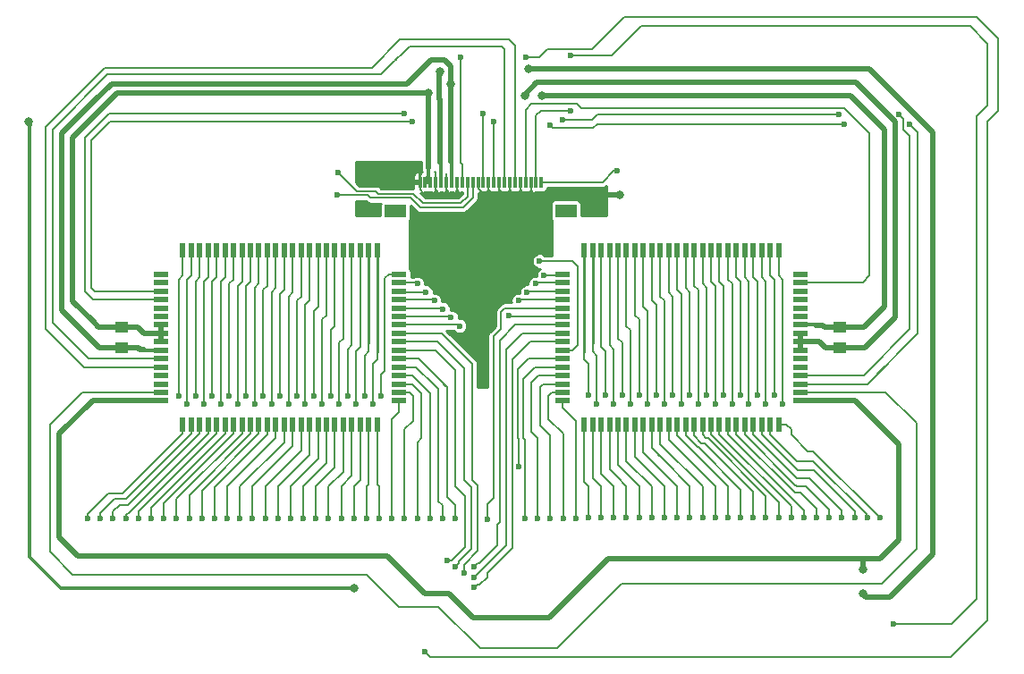
<source format=gbr>
G04 #@! TF.GenerationSoftware,KiCad,Pcbnew,5.0.2-bee76a0~70~ubuntu18.04.1*
G04 #@! TF.CreationDate,2020-04-07T13:33:34+02:00*
G04 #@! TF.ProjectId,ModulAdapter,4d6f6475-6c41-4646-9170-7465722e6b69,rev?*
G04 #@! TF.SameCoordinates,Original*
G04 #@! TF.FileFunction,Copper,L2,Bot*
G04 #@! TF.FilePolarity,Positive*
%FSLAX46Y46*%
G04 Gerber Fmt 4.6, Leading zero omitted, Abs format (unit mm)*
G04 Created by KiCad (PCBNEW 5.0.2-bee76a0~70~ubuntu18.04.1) date Di 07 Apr 2020 13:33:34 CEST*
%MOMM*%
%LPD*%
G01*
G04 APERTURE LIST*
G04 #@! TA.AperFunction,SMDPad,CuDef*
%ADD10R,0.500000X1.480000*%
G04 #@! TD*
G04 #@! TA.AperFunction,SMDPad,CuDef*
%ADD11R,1.480000X0.500000*%
G04 #@! TD*
G04 #@! TA.AperFunction,SMDPad,CuDef*
%ADD12R,1.250000X1.000000*%
G04 #@! TD*
G04 #@! TA.AperFunction,SMDPad,CuDef*
%ADD13R,2.000000X1.300000*%
G04 #@! TD*
G04 #@! TA.AperFunction,SMDPad,CuDef*
%ADD14R,0.300000X1.000000*%
G04 #@! TD*
G04 #@! TA.AperFunction,ViaPad*
%ADD15C,0.600000*%
G04 #@! TD*
G04 #@! TA.AperFunction,ViaPad*
%ADD16C,0.800000*%
G04 #@! TD*
G04 #@! TA.AperFunction,Conductor*
%ADD17C,0.200000*%
G04 #@! TD*
G04 #@! TA.AperFunction,Conductor*
%ADD18C,0.500000*%
G04 #@! TD*
G04 #@! TA.AperFunction,Conductor*
%ADD19C,0.300000*%
G04 #@! TD*
G04 #@! TA.AperFunction,Conductor*
%ADD20C,0.250000*%
G04 #@! TD*
G04 #@! TA.AperFunction,Conductor*
%ADD21C,0.150000*%
G04 #@! TD*
G04 #@! TA.AperFunction,Conductor*
%ADD22C,0.254000*%
G04 #@! TD*
G04 APERTURE END LIST*
D10*
G04 #@! TO.P,U4,1*
G04 #@! TO.N,Net-(J1-Pad197)*
X109800000Y-91260000D03*
G04 #@! TO.P,U4,2*
G04 #@! TO.N,Net-(J1-Pad199)*
X110600000Y-91260000D03*
G04 #@! TO.P,U4,3*
G04 #@! TO.N,Net-(J1-Pad201)*
X111400000Y-91260000D03*
G04 #@! TO.P,U4,4*
G04 #@! TO.N,Net-(J1-Pad203)*
X112200000Y-91260000D03*
G04 #@! TO.P,U4,5*
G04 #@! TO.N,Net-(J1-Pad205)*
X113000000Y-91260000D03*
G04 #@! TO.P,U4,6*
G04 #@! TO.N,Net-(J1-Pad207)*
X113800000Y-91260000D03*
G04 #@! TO.P,U4,7*
G04 #@! TO.N,Net-(J1-Pad209)*
X114600000Y-91260000D03*
G04 #@! TO.P,U4,8*
G04 #@! TO.N,Net-(J1-Pad211)*
X115400000Y-91260000D03*
G04 #@! TO.P,U4,9*
G04 #@! TO.N,Net-(J1-Pad213)*
X116200000Y-91260000D03*
G04 #@! TO.P,U4,10*
G04 #@! TO.N,Net-(J1-Pad215)*
X117000000Y-91260000D03*
G04 #@! TO.P,U4,11*
G04 #@! TO.N,Net-(J1-Pad217)*
X117800000Y-91260000D03*
G04 #@! TO.P,U4,12*
G04 #@! TO.N,Net-(J1-Pad219)*
X118600000Y-91260000D03*
G04 #@! TO.P,U4,13*
G04 #@! TO.N,Net-(J1-Pad221)*
X119400000Y-91260000D03*
G04 #@! TO.P,U4,14*
G04 #@! TO.N,Net-(J1-Pad223)*
X120200000Y-91260000D03*
G04 #@! TO.P,U4,15*
G04 #@! TO.N,Net-(J1-Pad225)*
X121000000Y-91260000D03*
G04 #@! TO.P,U4,16*
G04 #@! TO.N,Net-(J1-Pad227)*
X121800000Y-91260000D03*
G04 #@! TO.P,U4,17*
G04 #@! TO.N,Net-(J1-Pad229)*
X122600000Y-91260000D03*
G04 #@! TO.P,U4,18*
G04 #@! TO.N,Net-(J1-Pad231)*
X123400000Y-91260000D03*
G04 #@! TO.P,U4,19*
G04 #@! TO.N,Net-(J1-Pad233)*
X124200000Y-91260000D03*
G04 #@! TO.P,U4,20*
G04 #@! TO.N,Net-(J1-Pad235)*
X125000000Y-91260000D03*
G04 #@! TO.P,U4,21*
G04 #@! TO.N,Net-(J1-Pad237)*
X125800000Y-91260000D03*
G04 #@! TO.P,U4,22*
G04 #@! TO.N,Net-(J1-Pad239)*
X126600000Y-91260000D03*
G04 #@! TO.P,U4,23*
G04 #@! TO.N,Net-(J1-Pad241)*
X127400000Y-91260000D03*
G04 #@! TO.P,U4,24*
G04 #@! TO.N,Net-(J1-Pad243)*
X128200000Y-91260000D03*
D11*
G04 #@! TO.P,U4,25*
G04 #@! TO.N,N/C*
X130240000Y-93500000D03*
G04 #@! TO.P,U4,26*
G04 #@! TO.N,DI_C*
X130240000Y-94300000D03*
G04 #@! TO.P,U4,27*
G04 #@! TO.N,N/C*
X130240000Y-95100000D03*
G04 #@! TO.P,U4,28*
X130240000Y-95900000D03*
G04 #@! TO.P,U4,29*
X130240000Y-96700000D03*
G04 #@! TO.P,U4,30*
X130240000Y-97500000D03*
G04 #@! TO.P,U4,31*
G04 #@! TO.N,VDD_C*
X130240000Y-98300000D03*
G04 #@! TO.P,U4,32*
G04 #@! TO.N,GND_C*
X130240000Y-99100000D03*
G04 #@! TO.P,U4,33*
X130240000Y-99900000D03*
G04 #@! TO.P,U4,34*
X130240000Y-100700000D03*
G04 #@! TO.P,U4,35*
G04 #@! TO.N,N/C*
X130240000Y-101500000D03*
G04 #@! TO.P,U4,36*
X130240000Y-102300000D03*
G04 #@! TO.P,U4,37*
G04 #@! TO.N,CLK_C*
X130240000Y-103100000D03*
G04 #@! TO.P,U4,38*
G04 #@! TO.N,LE_C*
X130240000Y-103900000D03*
G04 #@! TO.P,U4,39*
G04 #@! TO.N,Net-(U2-Pad26)*
X130240000Y-104700000D03*
G04 #@! TO.P,U4,40*
G04 #@! TO.N,V_HV_C*
X130240000Y-105500000D03*
D10*
G04 #@! TO.P,U4,41*
G04 #@! TO.N,Net-(J1-Pad244)*
X128200000Y-107740000D03*
G04 #@! TO.P,U4,42*
G04 #@! TO.N,Net-(J1-Pad242)*
X127400000Y-107740000D03*
G04 #@! TO.P,U4,43*
G04 #@! TO.N,Net-(J1-Pad240)*
X126600000Y-107740000D03*
G04 #@! TO.P,U4,44*
G04 #@! TO.N,Net-(J1-Pad238)*
X125800000Y-107740000D03*
G04 #@! TO.P,U4,45*
G04 #@! TO.N,Net-(J1-Pad236)*
X125000000Y-107740000D03*
G04 #@! TO.P,U4,46*
G04 #@! TO.N,Net-(J1-Pad234)*
X124200000Y-107740000D03*
G04 #@! TO.P,U4,47*
G04 #@! TO.N,Net-(J1-Pad232)*
X123400000Y-107740000D03*
G04 #@! TO.P,U4,48*
G04 #@! TO.N,Net-(J1-Pad230)*
X122600000Y-107740000D03*
G04 #@! TO.P,U4,49*
G04 #@! TO.N,Net-(J1-Pad228)*
X121800000Y-107740000D03*
G04 #@! TO.P,U4,50*
G04 #@! TO.N,Net-(J1-Pad226)*
X121000000Y-107740000D03*
G04 #@! TO.P,U4,51*
G04 #@! TO.N,Net-(J1-Pad224)*
X120200000Y-107740000D03*
G04 #@! TO.P,U4,52*
G04 #@! TO.N,Net-(J1-Pad222)*
X119400000Y-107740000D03*
G04 #@! TO.P,U4,53*
G04 #@! TO.N,Net-(J1-Pad220)*
X118600000Y-107740000D03*
G04 #@! TO.P,U4,54*
G04 #@! TO.N,Net-(J1-Pad218)*
X117800000Y-107740000D03*
G04 #@! TO.P,U4,55*
G04 #@! TO.N,Net-(J1-Pad216)*
X117000000Y-107740000D03*
G04 #@! TO.P,U4,56*
G04 #@! TO.N,Net-(J1-Pad214)*
X116200000Y-107740000D03*
G04 #@! TO.P,U4,57*
G04 #@! TO.N,Net-(J1-Pad212)*
X115400000Y-107740000D03*
G04 #@! TO.P,U4,58*
G04 #@! TO.N,Net-(J1-Pad210)*
X114600000Y-107740000D03*
G04 #@! TO.P,U4,59*
G04 #@! TO.N,Net-(J1-Pad208)*
X113800000Y-107740000D03*
G04 #@! TO.P,U4,60*
G04 #@! TO.N,Net-(J1-Pad206)*
X113000000Y-107740000D03*
G04 #@! TO.P,U4,61*
G04 #@! TO.N,Net-(J1-Pad204)*
X112200000Y-107740000D03*
G04 #@! TO.P,U4,62*
G04 #@! TO.N,Net-(J1-Pad202)*
X111400000Y-107740000D03*
G04 #@! TO.P,U4,63*
G04 #@! TO.N,Net-(J1-Pad200)*
X110600000Y-107740000D03*
G04 #@! TO.P,U4,64*
G04 #@! TO.N,Net-(J1-Pad198)*
X109800000Y-107740000D03*
D11*
G04 #@! TO.P,U4,65*
G04 #@! TO.N,Net-(J1-Pad196)*
X107760000Y-105500000D03*
G04 #@! TO.P,U4,66*
G04 #@! TO.N,Net-(J1-Pad194)*
X107760000Y-104700000D03*
G04 #@! TO.P,U4,67*
G04 #@! TO.N,Net-(J1-Pad192)*
X107760000Y-103900000D03*
G04 #@! TO.P,U4,68*
G04 #@! TO.N,Net-(J1-Pad190)*
X107760000Y-103100000D03*
G04 #@! TO.P,U4,69*
G04 #@! TO.N,Net-(J1-Pad188)*
X107760000Y-102300000D03*
G04 #@! TO.P,U4,70*
G04 #@! TO.N,Net-(J1-Pad186)*
X107760000Y-101500000D03*
G04 #@! TO.P,U4,71*
G04 #@! TO.N,Net-(J1-Pad184)*
X107760000Y-100700000D03*
G04 #@! TO.P,U4,72*
G04 #@! TO.N,Net-(J1-Pad63)*
X107760000Y-99900000D03*
G04 #@! TO.P,U4,73*
G04 #@! TO.N,Net-(J1-Pad64)*
X107760000Y-99100000D03*
G04 #@! TO.P,U4,74*
G04 #@! TO.N,Net-(J1-Pad65)*
X107760000Y-98300000D03*
G04 #@! TO.P,U4,75*
G04 #@! TO.N,Net-(J1-Pad185)*
X107760000Y-97500000D03*
G04 #@! TO.P,U4,76*
G04 #@! TO.N,Net-(J1-Pad187)*
X107760000Y-96700000D03*
G04 #@! TO.P,U4,77*
G04 #@! TO.N,Net-(J1-Pad189)*
X107760000Y-95900000D03*
G04 #@! TO.P,U4,78*
G04 #@! TO.N,Net-(J1-Pad191)*
X107760000Y-95100000D03*
G04 #@! TO.P,U4,79*
G04 #@! TO.N,Net-(J1-Pad193)*
X107760000Y-94300000D03*
G04 #@! TO.P,U4,80*
G04 #@! TO.N,Net-(J1-Pad195)*
X107760000Y-93500000D03*
G04 #@! TD*
D10*
G04 #@! TO.P,U2,1*
G04 #@! TO.N,Net-(J1-Pad170)*
X90200000Y-107740000D03*
G04 #@! TO.P,U2,2*
G04 #@! TO.N,Net-(J1-Pad168)*
X89400000Y-107740000D03*
G04 #@! TO.P,U2,3*
G04 #@! TO.N,Net-(J1-Pad166)*
X88600000Y-107740000D03*
G04 #@! TO.P,U2,4*
G04 #@! TO.N,Net-(J1-Pad164)*
X87800000Y-107740000D03*
G04 #@! TO.P,U2,5*
G04 #@! TO.N,Net-(J1-Pad162)*
X87000000Y-107740000D03*
G04 #@! TO.P,U2,6*
G04 #@! TO.N,Net-(J1-Pad160)*
X86200000Y-107740000D03*
G04 #@! TO.P,U2,7*
G04 #@! TO.N,Net-(J1-Pad158)*
X85400000Y-107740000D03*
G04 #@! TO.P,U2,8*
G04 #@! TO.N,Net-(J1-Pad156)*
X84600000Y-107740000D03*
G04 #@! TO.P,U2,9*
G04 #@! TO.N,Net-(J1-Pad154)*
X83800000Y-107740000D03*
G04 #@! TO.P,U2,10*
G04 #@! TO.N,Net-(J1-Pad152)*
X83000000Y-107740000D03*
G04 #@! TO.P,U2,11*
G04 #@! TO.N,Net-(J1-Pad150)*
X82200000Y-107740000D03*
G04 #@! TO.P,U2,12*
G04 #@! TO.N,Net-(J1-Pad148)*
X81400000Y-107740000D03*
G04 #@! TO.P,U2,13*
G04 #@! TO.N,Net-(J1-Pad146)*
X80600000Y-107740000D03*
G04 #@! TO.P,U2,14*
G04 #@! TO.N,Net-(J1-Pad144)*
X79800000Y-107740000D03*
G04 #@! TO.P,U2,15*
G04 #@! TO.N,Net-(J1-Pad142)*
X79000000Y-107740000D03*
G04 #@! TO.P,U2,16*
G04 #@! TO.N,Net-(J1-Pad140)*
X78200000Y-107740000D03*
G04 #@! TO.P,U2,17*
G04 #@! TO.N,Net-(J1-Pad138)*
X77400000Y-107740000D03*
G04 #@! TO.P,U2,18*
G04 #@! TO.N,Net-(J1-Pad136)*
X76600000Y-107740000D03*
G04 #@! TO.P,U2,19*
G04 #@! TO.N,Net-(J1-Pad134)*
X75800000Y-107740000D03*
G04 #@! TO.P,U2,20*
G04 #@! TO.N,Net-(J1-Pad132)*
X75000000Y-107740000D03*
G04 #@! TO.P,U2,21*
G04 #@! TO.N,Net-(J1-Pad130)*
X74200000Y-107740000D03*
G04 #@! TO.P,U2,22*
G04 #@! TO.N,Net-(J1-Pad128)*
X73400000Y-107740000D03*
G04 #@! TO.P,U2,23*
G04 #@! TO.N,Net-(J1-Pad126)*
X72600000Y-107740000D03*
G04 #@! TO.P,U2,24*
G04 #@! TO.N,Net-(J1-Pad124)*
X71800000Y-107740000D03*
D11*
G04 #@! TO.P,U2,25*
G04 #@! TO.N,V_HV_C*
X69760000Y-105500000D03*
G04 #@! TO.P,U2,26*
G04 #@! TO.N,Net-(U2-Pad26)*
X69760000Y-104700000D03*
G04 #@! TO.P,U2,27*
G04 #@! TO.N,N/C*
X69760000Y-103900000D03*
G04 #@! TO.P,U2,28*
X69760000Y-103100000D03*
G04 #@! TO.P,U2,29*
G04 #@! TO.N,BL_C*
X69760000Y-102300000D03*
G04 #@! TO.P,U2,30*
G04 #@! TO.N,POL_C*
X69760000Y-101500000D03*
G04 #@! TO.P,U2,31*
G04 #@! TO.N,VDD_C*
X69760000Y-100700000D03*
G04 #@! TO.P,U2,32*
G04 #@! TO.N,GND_C*
X69760000Y-99900000D03*
G04 #@! TO.P,U2,33*
X69760000Y-99100000D03*
G04 #@! TO.P,U2,34*
X69760000Y-98300000D03*
G04 #@! TO.P,U2,35*
G04 #@! TO.N,N/C*
X69760000Y-97500000D03*
G04 #@! TO.P,U2,36*
X69760000Y-96700000D03*
G04 #@! TO.P,U2,37*
G04 #@! TO.N,CLK_C*
X69760000Y-95900000D03*
G04 #@! TO.P,U2,38*
G04 #@! TO.N,LE_C*
X69760000Y-95100000D03*
G04 #@! TO.P,U2,39*
G04 #@! TO.N,N/C*
X69760000Y-94300000D03*
G04 #@! TO.P,U2,40*
X69760000Y-93500000D03*
D10*
G04 #@! TO.P,U2,41*
G04 #@! TO.N,Net-(J1-Pad123)*
X71800000Y-91260000D03*
G04 #@! TO.P,U2,42*
G04 #@! TO.N,Net-(J1-Pad125)*
X72600000Y-91260000D03*
G04 #@! TO.P,U2,43*
G04 #@! TO.N,Net-(J1-Pad127)*
X73400000Y-91260000D03*
G04 #@! TO.P,U2,44*
G04 #@! TO.N,Net-(J1-Pad129)*
X74200000Y-91260000D03*
G04 #@! TO.P,U2,45*
G04 #@! TO.N,Net-(J1-Pad131)*
X75000000Y-91260000D03*
G04 #@! TO.P,U2,46*
G04 #@! TO.N,Net-(J1-Pad133)*
X75800000Y-91260000D03*
G04 #@! TO.P,U2,47*
G04 #@! TO.N,Net-(J1-Pad135)*
X76600000Y-91260000D03*
G04 #@! TO.P,U2,48*
G04 #@! TO.N,Net-(J1-Pad137)*
X77400000Y-91260000D03*
G04 #@! TO.P,U2,49*
G04 #@! TO.N,Net-(J1-Pad139)*
X78200000Y-91260000D03*
G04 #@! TO.P,U2,50*
G04 #@! TO.N,Net-(J1-Pad141)*
X79000000Y-91260000D03*
G04 #@! TO.P,U2,51*
G04 #@! TO.N,Net-(J1-Pad143)*
X79800000Y-91260000D03*
G04 #@! TO.P,U2,52*
G04 #@! TO.N,Net-(J1-Pad145)*
X80600000Y-91260000D03*
G04 #@! TO.P,U2,53*
G04 #@! TO.N,Net-(J1-Pad147)*
X81400000Y-91260000D03*
G04 #@! TO.P,U2,54*
G04 #@! TO.N,Net-(J1-Pad149)*
X82200000Y-91260000D03*
G04 #@! TO.P,U2,55*
G04 #@! TO.N,Net-(J1-Pad151)*
X83000000Y-91260000D03*
G04 #@! TO.P,U2,56*
G04 #@! TO.N,Net-(J1-Pad153)*
X83800000Y-91260000D03*
G04 #@! TO.P,U2,57*
G04 #@! TO.N,Net-(J1-Pad155)*
X84600000Y-91260000D03*
G04 #@! TO.P,U2,58*
G04 #@! TO.N,Net-(J1-Pad157)*
X85400000Y-91260000D03*
G04 #@! TO.P,U2,59*
G04 #@! TO.N,Net-(J1-Pad159)*
X86200000Y-91260000D03*
G04 #@! TO.P,U2,60*
G04 #@! TO.N,Net-(J1-Pad161)*
X87000000Y-91260000D03*
G04 #@! TO.P,U2,61*
G04 #@! TO.N,Net-(J1-Pad163)*
X87800000Y-91260000D03*
G04 #@! TO.P,U2,62*
G04 #@! TO.N,Net-(J1-Pad165)*
X88600000Y-91260000D03*
G04 #@! TO.P,U2,63*
G04 #@! TO.N,Net-(J1-Pad167)*
X89400000Y-91260000D03*
G04 #@! TO.P,U2,64*
G04 #@! TO.N,Net-(J1-Pad169)*
X90200000Y-91260000D03*
D11*
G04 #@! TO.P,U2,65*
G04 #@! TO.N,Net-(J1-Pad171)*
X92240000Y-93500000D03*
G04 #@! TO.P,U2,66*
G04 #@! TO.N,Net-(J1-Pad173)*
X92240000Y-94300000D03*
G04 #@! TO.P,U2,67*
G04 #@! TO.N,Net-(J1-Pad175)*
X92240000Y-95100000D03*
G04 #@! TO.P,U2,68*
G04 #@! TO.N,Net-(J1-Pad177)*
X92240000Y-95900000D03*
G04 #@! TO.P,U2,69*
G04 #@! TO.N,Net-(J1-Pad179)*
X92240000Y-96700000D03*
G04 #@! TO.P,U2,70*
G04 #@! TO.N,Net-(J1-Pad181)*
X92240000Y-97500000D03*
G04 #@! TO.P,U2,71*
G04 #@! TO.N,Net-(J1-Pad183)*
X92240000Y-98300000D03*
G04 #@! TO.P,U2,72*
G04 #@! TO.N,Net-(J1-Pad62)*
X92240000Y-99100000D03*
G04 #@! TO.P,U2,73*
G04 #@! TO.N,Net-(J1-Pad61)*
X92240000Y-99900000D03*
G04 #@! TO.P,U2,74*
G04 #@! TO.N,Net-(J1-Pad60)*
X92240000Y-100700000D03*
G04 #@! TO.P,U2,75*
G04 #@! TO.N,Net-(J1-Pad182)*
X92240000Y-101500000D03*
G04 #@! TO.P,U2,76*
G04 #@! TO.N,Net-(J1-Pad180)*
X92240000Y-102300000D03*
G04 #@! TO.P,U2,77*
G04 #@! TO.N,Net-(J1-Pad178)*
X92240000Y-103100000D03*
G04 #@! TO.P,U2,78*
G04 #@! TO.N,Net-(J1-Pad176)*
X92240000Y-103900000D03*
G04 #@! TO.P,U2,79*
G04 #@! TO.N,Net-(J1-Pad174)*
X92240000Y-104700000D03*
G04 #@! TO.P,U2,80*
G04 #@! TO.N,Net-(J1-Pad172)*
X92240000Y-105500000D03*
G04 #@! TD*
D12*
G04 #@! TO.P,C12,1*
G04 #@! TO.N,VDD_C*
X134000000Y-98500000D03*
G04 #@! TO.P,C12,2*
G04 #@! TO.N,GND_C*
X134000000Y-100500000D03*
G04 #@! TD*
G04 #@! TO.P,C13,1*
G04 #@! TO.N,VDD_C*
X66000000Y-100500000D03*
G04 #@! TO.P,C13,2*
G04 #@! TO.N,GND_C*
X66000000Y-98500000D03*
G04 #@! TD*
D13*
G04 #@! TO.P,J2,*
G04 #@! TO.N,*
X108050000Y-87500000D03*
X91950000Y-87500000D03*
D14*
G04 #@! TO.P,J2,1*
G04 #@! TO.N,+3V3*
X105750000Y-84800000D03*
G04 #@! TO.P,J2,2*
G04 #@! TO.N,V_GND*
X105250000Y-84800000D03*
G04 #@! TO.P,J2,3*
G04 #@! TO.N,GND*
X104750000Y-84800000D03*
G04 #@! TO.P,J2,4*
G04 #@! TO.N,DI_C*
X104250000Y-84800000D03*
G04 #@! TO.P,J2,5*
G04 #@! TO.N,GND*
X103750000Y-84800000D03*
G04 #@! TO.P,J2,6*
G04 #@! TO.N,BL_C*
X103250000Y-84800000D03*
G04 #@! TO.P,J2,7*
G04 #@! TO.N,GND*
X102750000Y-84800000D03*
G04 #@! TO.P,J2,8*
G04 #@! TO.N,POL_C*
X102250000Y-84800000D03*
G04 #@! TO.P,J2,9*
G04 #@! TO.N,GND*
X101750000Y-84800000D03*
G04 #@! TO.P,J2,10*
G04 #@! TO.N,LE_C*
X101250000Y-84800000D03*
G04 #@! TO.P,J2,11*
G04 #@! TO.N,GND*
X100750000Y-84800000D03*
G04 #@! TO.P,J2,12*
G04 #@! TO.N,CLK_C*
X100250000Y-84800000D03*
G04 #@! TO.P,J2,13*
G04 #@! TO.N,GND*
X99750000Y-84800000D03*
G04 #@! TO.P,J2,14*
G04 #@! TO.N,DIG1*
X99250000Y-84800000D03*
G04 #@! TO.P,J2,15*
G04 #@! TO.N,DIG0*
X98750000Y-84800000D03*
G04 #@! TO.P,J2,16*
G04 #@! TO.N,SENS_PAD*
X98250000Y-84800000D03*
G04 #@! TO.P,J2,17*
G04 #@! TO.N,GND*
X97750000Y-84800000D03*
G04 #@! TO.P,J2,18*
G04 #@! TO.N,VDD_C*
X97250000Y-84800000D03*
G04 #@! TO.P,J2,19*
G04 #@! TO.N,GND*
X96750000Y-84800000D03*
G04 #@! TO.P,J2,20*
G04 #@! TO.N,V_HV_C*
X96250000Y-84800000D03*
G04 #@! TO.P,J2,21*
G04 #@! TO.N,GND*
X95750000Y-84800000D03*
G04 #@! TO.P,J2,22*
G04 #@! TO.N,GND_C*
X95250000Y-84800000D03*
G04 #@! TO.P,J2,23*
X94750000Y-84800000D03*
G04 #@! TO.P,J2,24*
G04 #@! TO.N,GND*
X94250000Y-84800000D03*
G04 #@! TD*
D15*
G04 #@! TO.N,V_GND*
X139116000Y-126670000D03*
X108509000Y-72822000D03*
X108509000Y-78029000D03*
D16*
G04 #@! TO.N,VDD_C*
X97206000Y-75489000D03*
X105842000Y-76632000D03*
G04 #@! TO.N,GND_C*
X95047000Y-76378000D03*
X104191000Y-76632000D03*
D15*
G04 #@! TO.N,Net-(J1-Pad123)*
X71400000Y-105000000D03*
G04 #@! TO.N,Net-(J1-Pad124)*
X62800000Y-116600000D03*
G04 #@! TO.N,Net-(J1-Pad125)*
X72200000Y-105800000D03*
G04 #@! TO.N,Net-(J1-Pad126)*
X64000000Y-116600000D03*
G04 #@! TO.N,Net-(J1-Pad127)*
X73000000Y-105000000D03*
G04 #@! TO.N,Net-(J1-Pad128)*
X65200000Y-116600000D03*
G04 #@! TO.N,Net-(J1-Pad129)*
X73800000Y-105800000D03*
G04 #@! TO.N,Net-(J1-Pad130)*
X66400000Y-116600000D03*
G04 #@! TO.N,Net-(J1-Pad131)*
X74600000Y-105000000D03*
G04 #@! TO.N,Net-(J1-Pad132)*
X67600000Y-116600000D03*
G04 #@! TO.N,Net-(J1-Pad133)*
X75400000Y-105800000D03*
G04 #@! TO.N,Net-(J1-Pad134)*
X68800000Y-116600000D03*
G04 #@! TO.N,Net-(J1-Pad135)*
X76200000Y-105000000D03*
G04 #@! TO.N,Net-(J1-Pad136)*
X70000000Y-116600000D03*
G04 #@! TO.N,Net-(J1-Pad137)*
X77000000Y-105800000D03*
G04 #@! TO.N,Net-(J1-Pad138)*
X71200000Y-116600000D03*
G04 #@! TO.N,Net-(J1-Pad139)*
X77800000Y-105000000D03*
G04 #@! TO.N,Net-(J1-Pad140)*
X72400000Y-116600000D03*
G04 #@! TO.N,Net-(J1-Pad141)*
X78600000Y-105800000D03*
G04 #@! TO.N,Net-(J1-Pad142)*
X73600000Y-116600000D03*
G04 #@! TO.N,Net-(J1-Pad143)*
X79400000Y-105000000D03*
G04 #@! TO.N,Net-(J1-Pad144)*
X74800000Y-116600000D03*
G04 #@! TO.N,Net-(J1-Pad145)*
X80200000Y-105800000D03*
G04 #@! TO.N,Net-(J1-Pad146)*
X76000000Y-116600000D03*
G04 #@! TO.N,Net-(J1-Pad147)*
X81000000Y-105000000D03*
G04 #@! TO.N,Net-(J1-Pad148)*
X77200000Y-116600000D03*
G04 #@! TO.N,Net-(J1-Pad149)*
X81800000Y-105800000D03*
G04 #@! TO.N,Net-(J1-Pad150)*
X78400000Y-116600000D03*
G04 #@! TO.N,Net-(J1-Pad151)*
X82600000Y-105000000D03*
G04 #@! TO.N,Net-(J1-Pad152)*
X79600000Y-116600000D03*
G04 #@! TO.N,Net-(J1-Pad153)*
X83400000Y-105800000D03*
G04 #@! TO.N,Net-(J1-Pad154)*
X80800000Y-116600000D03*
G04 #@! TO.N,Net-(J1-Pad155)*
X84200000Y-105000000D03*
G04 #@! TO.N,Net-(J1-Pad156)*
X82000000Y-116600000D03*
G04 #@! TO.N,Net-(J1-Pad157)*
X85000000Y-105800000D03*
G04 #@! TO.N,Net-(J1-Pad158)*
X83200000Y-116600000D03*
G04 #@! TO.N,Net-(J1-Pad159)*
X85800000Y-105000000D03*
G04 #@! TO.N,Net-(J1-Pad160)*
X84400000Y-116600000D03*
G04 #@! TO.N,Net-(J1-Pad161)*
X86600000Y-105800000D03*
G04 #@! TO.N,Net-(J1-Pad162)*
X85600000Y-116600000D03*
G04 #@! TO.N,Net-(J1-Pad163)*
X87400000Y-105000000D03*
G04 #@! TO.N,Net-(J1-Pad164)*
X86800000Y-116600000D03*
G04 #@! TO.N,Net-(J1-Pad165)*
X88200000Y-105800000D03*
G04 #@! TO.N,Net-(J1-Pad166)*
X88000000Y-116600000D03*
G04 #@! TO.N,Net-(J1-Pad167)*
X89000000Y-105000000D03*
G04 #@! TO.N,Net-(J1-Pad168)*
X89200000Y-116600000D03*
G04 #@! TO.N,Net-(J1-Pad169)*
X89800000Y-105800000D03*
G04 #@! TO.N,Net-(J1-Pad170)*
X90400000Y-116600000D03*
G04 #@! TO.N,Net-(J1-Pad171)*
X90600000Y-105000000D03*
G04 #@! TO.N,Net-(J1-Pad172)*
X91600000Y-116600000D03*
G04 #@! TO.N,Net-(J1-Pad173)*
X94000000Y-94400000D03*
G04 #@! TO.N,Net-(J1-Pad174)*
X92800000Y-116600000D03*
G04 #@! TO.N,Net-(J1-Pad175)*
X94800000Y-95200000D03*
G04 #@! TO.N,Net-(J1-Pad176)*
X94000000Y-116600000D03*
G04 #@! TO.N,Net-(J1-Pad177)*
X95600000Y-96000000D03*
G04 #@! TO.N,Net-(J1-Pad178)*
X95200000Y-116600000D03*
G04 #@! TO.N,Net-(J1-Pad180)*
X96400000Y-116600000D03*
G04 #@! TO.N,Net-(J1-Pad186)*
X103600000Y-111700000D03*
G04 #@! TO.N,Net-(J1-Pad188)*
X104200000Y-116600000D03*
G04 #@! TO.N,Net-(J1-Pad190)*
X105400000Y-116600000D03*
G04 #@! TO.N,Net-(J1-Pad192)*
X106600000Y-116600000D03*
G04 #@! TO.N,Net-(J1-Pad193)*
X105200000Y-94400000D03*
G04 #@! TO.N,Net-(J1-Pad194)*
X107800000Y-116600000D03*
G04 #@! TO.N,Net-(J1-Pad195)*
X106000000Y-93600000D03*
G04 #@! TO.N,Net-(J1-Pad196)*
X109000000Y-116600000D03*
G04 #@! TO.N,Net-(J1-Pad197)*
X110200000Y-104990248D03*
G04 #@! TO.N,Net-(J1-Pad198)*
X110200000Y-116590248D03*
G04 #@! TO.N,Net-(J1-Pad199)*
X111000000Y-105790248D03*
G04 #@! TO.N,Net-(J1-Pad200)*
X111400000Y-116590248D03*
G04 #@! TO.N,Net-(J1-Pad201)*
X111800000Y-104990248D03*
G04 #@! TO.N,Net-(J1-Pad202)*
X112600000Y-116590248D03*
G04 #@! TO.N,Net-(J1-Pad203)*
X112600000Y-105790248D03*
G04 #@! TO.N,Net-(J1-Pad204)*
X113800000Y-116590248D03*
G04 #@! TO.N,Net-(J1-Pad205)*
X113400000Y-104990248D03*
G04 #@! TO.N,Net-(J1-Pad206)*
X115000000Y-116590248D03*
G04 #@! TO.N,Net-(J1-Pad207)*
X114200000Y-105790248D03*
G04 #@! TO.N,Net-(J1-Pad208)*
X116200000Y-116590248D03*
G04 #@! TO.N,Net-(J1-Pad209)*
X115000000Y-104990248D03*
G04 #@! TO.N,Net-(J1-Pad210)*
X117400000Y-116590248D03*
G04 #@! TO.N,Net-(J1-Pad211)*
X115800000Y-105790248D03*
G04 #@! TO.N,Net-(J1-Pad212)*
X118600000Y-116590248D03*
G04 #@! TO.N,Net-(J1-Pad213)*
X116600000Y-104990248D03*
G04 #@! TO.N,Net-(J1-Pad214)*
X119800000Y-116590248D03*
G04 #@! TO.N,Net-(J1-Pad215)*
X117400000Y-105790248D03*
G04 #@! TO.N,Net-(J1-Pad216)*
X121000000Y-116590248D03*
G04 #@! TO.N,Net-(J1-Pad217)*
X118200000Y-104990248D03*
G04 #@! TO.N,Net-(J1-Pad218)*
X122200000Y-116590248D03*
G04 #@! TO.N,Net-(J1-Pad219)*
X119000000Y-105790248D03*
G04 #@! TO.N,Net-(J1-Pad220)*
X123400000Y-116590248D03*
G04 #@! TO.N,Net-(J1-Pad221)*
X119800000Y-104990248D03*
G04 #@! TO.N,Net-(J1-Pad222)*
X124600000Y-116590248D03*
G04 #@! TO.N,Net-(J1-Pad223)*
X120600000Y-105790248D03*
G04 #@! TO.N,Net-(J1-Pad224)*
X125800000Y-116590248D03*
G04 #@! TO.N,Net-(J1-Pad225)*
X121400000Y-104990248D03*
G04 #@! TO.N,Net-(J1-Pad226)*
X127000000Y-116590248D03*
G04 #@! TO.N,Net-(J1-Pad227)*
X122200000Y-105790248D03*
G04 #@! TO.N,Net-(J1-Pad228)*
X128200000Y-116590248D03*
G04 #@! TO.N,Net-(J1-Pad229)*
X123000000Y-104990248D03*
G04 #@! TO.N,Net-(J1-Pad230)*
X129400000Y-116590248D03*
G04 #@! TO.N,Net-(J1-Pad231)*
X123800000Y-105790248D03*
G04 #@! TO.N,Net-(J1-Pad232)*
X130600000Y-116590248D03*
G04 #@! TO.N,Net-(J1-Pad233)*
X124600000Y-104990248D03*
G04 #@! TO.N,Net-(J1-Pad234)*
X131800000Y-116590248D03*
G04 #@! TO.N,Net-(J1-Pad235)*
X125400000Y-105790248D03*
G04 #@! TO.N,Net-(J1-Pad236)*
X133000000Y-116590248D03*
G04 #@! TO.N,Net-(J1-Pad237)*
X126200000Y-104990248D03*
G04 #@! TO.N,Net-(J1-Pad238)*
X134200000Y-116590248D03*
G04 #@! TO.N,Net-(J1-Pad239)*
X127000000Y-105790248D03*
G04 #@! TO.N,Net-(J1-Pad240)*
X135400000Y-116590248D03*
G04 #@! TO.N,Net-(J1-Pad241)*
X127800000Y-104990248D03*
G04 #@! TO.N,Net-(J1-Pad242)*
X136600000Y-116590248D03*
G04 #@! TO.N,Net-(J1-Pad243)*
X128600000Y-105790248D03*
G04 #@! TO.N,Net-(J1-Pad244)*
X137800000Y-116590248D03*
G04 #@! TO.N,Net-(J1-Pad179)*
X96400000Y-96800000D03*
G04 #@! TO.N,Net-(J1-Pad181)*
X97200000Y-97600000D03*
G04 #@! TO.N,Net-(J1-Pad182)*
X97600000Y-116600000D03*
G04 #@! TO.N,Net-(J1-Pad183)*
X98000000Y-98400000D03*
G04 #@! TO.N,Net-(J1-Pad184)*
X105588000Y-92253000D03*
G04 #@! TO.N,Net-(J1-Pad185)*
X102667000Y-97460000D03*
G04 #@! TO.N,Net-(J1-Pad187)*
X100600000Y-116700000D03*
G04 #@! TO.N,Net-(J1-Pad189)*
X103600000Y-96000000D03*
G04 #@! TO.N,Net-(J1-Pad191)*
X104400000Y-95200000D03*
G04 #@! TO.N,Net-(J1-Pad60)*
X96800000Y-120600000D03*
G04 #@! TO.N,Net-(J1-Pad61)*
X97600000Y-121200000D03*
G04 #@! TO.N,Net-(J1-Pad62)*
X98400000Y-121800000D03*
G04 #@! TO.N,Net-(J1-Pad63)*
X99400000Y-123200000D03*
D16*
G04 #@! TO.N,V_HV_C*
X104572000Y-74092000D03*
X96190000Y-74346000D03*
X136195000Y-123749000D03*
X136195000Y-121463000D03*
D15*
G04 #@! TO.N,LE_C*
X93523000Y-79045000D03*
X101270000Y-79045000D03*
X140640000Y-79299000D03*
X134417000Y-79299000D03*
X106604000Y-79426000D03*
G04 #@! TO.N,CLK_C*
X92761000Y-78283000D03*
X100254000Y-78283000D03*
X139624000Y-78410000D03*
X133909000Y-78410000D03*
X107747000Y-78918000D03*
G04 #@! TO.N,Net-(J1-Pad64)*
X99400000Y-122200000D03*
G04 #@! TO.N,Net-(J1-Pad65)*
X99400000Y-121200000D03*
G04 #@! TO.N,SENS_PAD*
X94750000Y-129250000D03*
X104318000Y-72949000D03*
X98095000Y-72949000D03*
D16*
G04 #@! TO.N,GND*
X88000000Y-123250000D03*
X57201000Y-79045000D03*
X88697000Y-83490000D03*
X100762000Y-86792000D03*
X88697000Y-87300000D03*
X113208000Y-86030000D03*
D15*
G04 #@! TO.N,DIG1*
X86411000Y-86030000D03*
G04 #@! TO.N,DIG0*
X86538000Y-83871000D03*
G04 #@! TO.N,+3V3*
X112954000Y-83744000D03*
G04 #@! TD*
D17*
G04 #@! TO.N,V_GND*
X146990000Y-115113000D02*
X146990000Y-124257000D01*
X146990000Y-115113000D02*
X146990000Y-115510000D01*
X146990000Y-124257000D02*
X144577000Y-126670000D01*
X144577000Y-126670000D02*
X139116000Y-126670000D01*
X106731000Y-78029000D02*
X105715000Y-78029000D01*
X106731000Y-78029000D02*
X106477000Y-78029000D01*
X108509000Y-78029000D02*
X106731000Y-78029000D01*
X105250000Y-78494000D02*
X105250000Y-81077000D01*
X105250000Y-80907000D02*
X105250000Y-81077000D01*
X105715000Y-78029000D02*
X105250000Y-78494000D01*
X105250000Y-81077000D02*
X105250000Y-84800000D01*
X146990000Y-83363000D02*
X146990000Y-78537000D01*
X146990000Y-83363000D02*
X146990000Y-115113000D01*
X146990000Y-83236000D02*
X146990000Y-83363000D01*
X146990000Y-78537000D02*
X148006000Y-77521000D01*
X148006000Y-77521000D02*
X148006000Y-71679000D01*
X148006000Y-71679000D02*
X146355000Y-70028000D01*
X136703000Y-70028000D02*
X136322000Y-70028000D01*
X146355000Y-70028000D02*
X136703000Y-70028000D01*
X112446000Y-72822000D02*
X115240000Y-70028000D01*
X108509000Y-72822000D02*
X112446000Y-72822000D01*
X136703000Y-70028000D02*
X115240000Y-70028000D01*
D18*
G04 #@! TO.N,VDD_C*
X66000000Y-100500000D02*
X67607000Y-100500000D01*
X67607000Y-100500000D02*
X67742000Y-100635000D01*
X67742000Y-100635000D02*
X68123000Y-100635000D01*
X134000000Y-98500000D02*
X132536000Y-98500000D01*
X132536000Y-98500000D02*
X132385000Y-98349000D01*
X132385000Y-98349000D02*
X131750000Y-98349000D01*
X92507000Y-75489000D02*
X92761000Y-75489000D01*
X138227000Y-96571000D02*
X138227000Y-94666000D01*
X136298000Y-98500000D02*
X138227000Y-96571000D01*
X134000000Y-98500000D02*
X136298000Y-98500000D01*
X92507000Y-75489000D02*
X93015000Y-75489000D01*
X93015000Y-75489000D02*
X95301000Y-73203000D01*
X97206000Y-73838000D02*
X96571000Y-73203000D01*
X97206000Y-75489000D02*
X97206000Y-73838000D01*
X95301000Y-73203000D02*
X96571000Y-73203000D01*
X65075000Y-75489000D02*
X92507000Y-75489000D01*
X63424000Y-77140000D02*
X65075000Y-75489000D01*
X66000000Y-100500000D02*
X63924000Y-100500000D01*
X63924000Y-100500000D02*
X60376000Y-96952000D01*
X60376000Y-96952000D02*
X60376000Y-80188000D01*
X60376000Y-80188000D02*
X63424000Y-77140000D01*
X138227000Y-79807000D02*
X135052000Y-76632000D01*
X138227000Y-80696000D02*
X138227000Y-79807000D01*
X105842000Y-76632000D02*
X135052000Y-76632000D01*
X138227000Y-94666000D02*
X138227000Y-80696000D01*
X97206000Y-78664000D02*
X97206000Y-82855000D01*
X97206000Y-75489000D02*
X97206000Y-78664000D01*
D19*
X97250000Y-82899000D02*
X97206000Y-82855000D01*
X97250000Y-84800000D02*
X97250000Y-82899000D01*
X68188000Y-100700000D02*
X68123000Y-100635000D01*
X69760000Y-100700000D02*
X68188000Y-100700000D01*
X131701000Y-98300000D02*
X131750000Y-98349000D01*
X130240000Y-98300000D02*
X131701000Y-98300000D01*
D18*
G04 #@! TO.N,GND_C*
X69760000Y-98370000D02*
X69760000Y-99170000D01*
X69750000Y-99492000D02*
X69750000Y-99890000D01*
X69750000Y-99090000D02*
X69750000Y-99492000D01*
X130240000Y-99100000D02*
X130240000Y-100700000D01*
X66000000Y-98500000D02*
X67512000Y-98500000D01*
X68112000Y-99100000D02*
X69760000Y-99100000D01*
X67512000Y-98500000D02*
X68112000Y-99100000D01*
X66000000Y-98500000D02*
X63829000Y-98500000D01*
X63829000Y-98500000D02*
X63297000Y-97968000D01*
X63297000Y-97968000D02*
X61392000Y-96063000D01*
X61392000Y-94158000D02*
X61392000Y-80569000D01*
X61392000Y-94158000D02*
X61392000Y-93904000D01*
X61392000Y-96063000D02*
X61392000Y-94158000D01*
X134000000Y-100500000D02*
X132631000Y-100500000D01*
X132031000Y-99900000D02*
X130240000Y-99900000D01*
X132631000Y-100500000D02*
X132031000Y-99900000D01*
X94031000Y-76378000D02*
X94285000Y-76378000D01*
X134000000Y-100500000D02*
X136330000Y-100500000D01*
X136330000Y-100500000D02*
X139243000Y-97587000D01*
X139243000Y-97587000D02*
X139243000Y-96063000D01*
X94285000Y-76378000D02*
X95047000Y-76378000D01*
X104191000Y-76632000D02*
X104318000Y-76505000D01*
X104191000Y-76632000D02*
X104191000Y-76505000D01*
X104191000Y-76505000D02*
X105334000Y-75362000D01*
X61392000Y-80569000D02*
X65583000Y-76378000D01*
X65583000Y-76378000D02*
X94031000Y-76378000D01*
X139243000Y-79553000D02*
X139243000Y-79045000D01*
X105334000Y-75362000D02*
X135560000Y-75362000D01*
X139243000Y-79045000D02*
X135560000Y-75362000D01*
X139243000Y-96063000D02*
X139243000Y-79553000D01*
X95047000Y-78029000D02*
X95047000Y-76378000D01*
X95047000Y-83490000D02*
X95047000Y-78029000D01*
D19*
X94920000Y-84800000D02*
X94920000Y-84379000D01*
X94920000Y-84800000D02*
X94750000Y-84800000D01*
X95250000Y-84800000D02*
X94920000Y-84800000D01*
X95047000Y-84252000D02*
X95047000Y-83490000D01*
X94920000Y-84379000D02*
X95047000Y-84252000D01*
X95047000Y-84597000D02*
X95250000Y-84800000D01*
X95047000Y-84252000D02*
X95047000Y-84597000D01*
D17*
G04 #@! TO.N,Net-(J1-Pad123)*
X71800000Y-91260000D02*
X71800000Y-93600000D01*
X71400000Y-94000000D02*
X71400000Y-105000000D01*
X71800000Y-93600000D02*
X71400000Y-94000000D01*
G04 #@! TO.N,Net-(J1-Pad124)*
X64700000Y-114300000D02*
X62800000Y-116200000D01*
X62800000Y-116200000D02*
X62800000Y-116600000D01*
X66100000Y-114300000D02*
X64700000Y-114300000D01*
X71800000Y-107740000D02*
X71800000Y-108600000D01*
X71800000Y-108600000D02*
X66100000Y-114300000D01*
G04 #@! TO.N,Net-(J1-Pad125)*
X72600000Y-91260000D02*
X72600000Y-93600000D01*
X72200000Y-94000000D02*
X72200000Y-105800000D01*
X72600000Y-93600000D02*
X72200000Y-94000000D01*
G04 #@! TO.N,Net-(J1-Pad126)*
X64000000Y-116100000D02*
X64000000Y-116600000D01*
X65300000Y-114800000D02*
X64000000Y-116100000D01*
X66400000Y-114800000D02*
X65300000Y-114800000D01*
X72600000Y-108600000D02*
X66400000Y-114800000D01*
X72600000Y-107740000D02*
X72600000Y-108600000D01*
G04 #@! TO.N,Net-(J1-Pad127)*
X73400000Y-91260000D02*
X73400000Y-93800000D01*
X73400000Y-93800000D02*
X73000000Y-94200000D01*
X73000000Y-94200000D02*
X73000000Y-105000000D01*
G04 #@! TO.N,Net-(J1-Pad128)*
X73400000Y-108600000D02*
X66600000Y-115400000D01*
X73400000Y-107740000D02*
X73400000Y-108600000D01*
X65200000Y-116000000D02*
X65800000Y-115400000D01*
X66600000Y-115400000D02*
X65800000Y-115400000D01*
X65200000Y-116000000D02*
X65200000Y-116600000D01*
G04 #@! TO.N,Net-(J1-Pad129)*
X73800000Y-105800000D02*
X73800000Y-94200000D01*
X74200000Y-93800000D02*
X74200000Y-91260000D01*
X73800000Y-94200000D02*
X74200000Y-93800000D01*
G04 #@! TO.N,Net-(J1-Pad130)*
X74200000Y-108600000D02*
X66700000Y-116100000D01*
X74200000Y-107740000D02*
X74200000Y-108600000D01*
X66600000Y-116100000D02*
X66400000Y-116300000D01*
X66400000Y-116300000D02*
X66400000Y-116600000D01*
X66700000Y-116100000D02*
X66600000Y-116100000D01*
G04 #@! TO.N,Net-(J1-Pad131)*
X74600000Y-105000000D02*
X74600000Y-94200000D01*
X75000000Y-93800000D02*
X75000000Y-91260000D01*
X74600000Y-94200000D02*
X75000000Y-93800000D01*
G04 #@! TO.N,Net-(J1-Pad132)*
X67600000Y-116000000D02*
X67600000Y-116600000D01*
X75000000Y-108600000D02*
X67600000Y-116000000D01*
X75000000Y-107740000D02*
X75000000Y-108600000D01*
G04 #@! TO.N,Net-(J1-Pad133)*
X75400000Y-105800000D02*
X75400000Y-94200000D01*
X75800000Y-93800000D02*
X75800000Y-91260000D01*
X75400000Y-94200000D02*
X75800000Y-93800000D01*
G04 #@! TO.N,Net-(J1-Pad134)*
X68800000Y-115600000D02*
X68800000Y-116600000D01*
X75800000Y-108600000D02*
X68800000Y-115600000D01*
X75800000Y-107740000D02*
X75800000Y-108600000D01*
G04 #@! TO.N,Net-(J1-Pad135)*
X76200000Y-105000000D02*
X76200000Y-94400000D01*
X76600000Y-94000000D02*
X76600000Y-91260000D01*
X76200000Y-94400000D02*
X76600000Y-94000000D01*
G04 #@! TO.N,Net-(J1-Pad136)*
X76600000Y-108600000D02*
X76600000Y-107740000D01*
X70000000Y-115200000D02*
X76600000Y-108600000D01*
X70000000Y-116600000D02*
X70000000Y-115200000D01*
G04 #@! TO.N,Net-(J1-Pad137)*
X77000000Y-105800000D02*
X77000000Y-94600000D01*
X77400000Y-94200000D02*
X77400000Y-91260000D01*
X77000000Y-94600000D02*
X77400000Y-94200000D01*
G04 #@! TO.N,Net-(J1-Pad138)*
X71200000Y-116600000D02*
X71200000Y-114800000D01*
X71200000Y-114800000D02*
X77400000Y-108600000D01*
X77400000Y-108600000D02*
X77400000Y-107740000D01*
G04 #@! TO.N,Net-(J1-Pad139)*
X77800000Y-105000000D02*
X77800000Y-94600000D01*
X78200000Y-94200000D02*
X78200000Y-91260000D01*
X77800000Y-94600000D02*
X78200000Y-94200000D01*
G04 #@! TO.N,Net-(J1-Pad140)*
X72400000Y-116600000D02*
X72400000Y-114400000D01*
X72400000Y-114400000D02*
X78200000Y-108600000D01*
X78200000Y-108600000D02*
X78200000Y-107740000D01*
G04 #@! TO.N,Net-(J1-Pad141)*
X78600000Y-105800000D02*
X78600000Y-94800000D01*
X79000000Y-94400000D02*
X79000000Y-91260000D01*
X78600000Y-94800000D02*
X79000000Y-94400000D01*
G04 #@! TO.N,Net-(J1-Pad142)*
X73600000Y-114000000D02*
X73600000Y-116600000D01*
X79000000Y-107740000D02*
X79000000Y-108600000D01*
X79000000Y-108600000D02*
X73600000Y-114000000D01*
G04 #@! TO.N,Net-(J1-Pad143)*
X79400000Y-105000000D02*
X79400000Y-95000000D01*
X79800000Y-94600000D02*
X79800000Y-91260000D01*
X79400000Y-95000000D02*
X79800000Y-94600000D01*
G04 #@! TO.N,Net-(J1-Pad144)*
X79800000Y-108680000D02*
X79800000Y-107740000D01*
X74800000Y-113680000D02*
X79800000Y-108680000D01*
X74800000Y-113800000D02*
X74800000Y-113680000D01*
X74800000Y-116600000D02*
X74800000Y-113800000D01*
G04 #@! TO.N,Net-(J1-Pad145)*
X80200000Y-105800000D02*
X80200000Y-95200000D01*
X80600000Y-94800000D02*
X80600000Y-91260000D01*
X80200000Y-95200000D02*
X80600000Y-94800000D01*
G04 #@! TO.N,Net-(J1-Pad146)*
X76000000Y-116600000D02*
X76000000Y-113600000D01*
X80600000Y-109000000D02*
X80600000Y-107740000D01*
X76000000Y-113600000D02*
X80600000Y-109000000D01*
G04 #@! TO.N,Net-(J1-Pad147)*
X81000000Y-105000000D02*
X81000000Y-95400000D01*
X81400000Y-95000000D02*
X81400000Y-91260000D01*
X81000000Y-95400000D02*
X81400000Y-95000000D01*
G04 #@! TO.N,Net-(J1-Pad148)*
X77200000Y-116600000D02*
X77200000Y-113600000D01*
X81400000Y-109400000D02*
X81400000Y-107740000D01*
X77200000Y-113600000D02*
X81400000Y-109400000D01*
G04 #@! TO.N,Net-(J1-Pad149)*
X81800000Y-105800000D02*
X81800000Y-95600000D01*
X82200000Y-95200000D02*
X82200000Y-91260000D01*
X81800000Y-95600000D02*
X82200000Y-95200000D01*
G04 #@! TO.N,Net-(J1-Pad150)*
X82200000Y-109800000D02*
X82200000Y-107740000D01*
X78400000Y-113600000D02*
X82200000Y-109800000D01*
X78400000Y-116600000D02*
X78400000Y-113600000D01*
G04 #@! TO.N,Net-(J1-Pad151)*
X82600000Y-105000000D02*
X82600000Y-96000000D01*
X83000000Y-95600000D02*
X83000000Y-91260000D01*
X82600000Y-96000000D02*
X83000000Y-95600000D01*
G04 #@! TO.N,Net-(J1-Pad152)*
X79600000Y-116600000D02*
X79600000Y-113600000D01*
X83000000Y-110200000D02*
X83000000Y-107740000D01*
X79600000Y-113600000D02*
X83000000Y-110200000D01*
G04 #@! TO.N,Net-(J1-Pad153)*
X83400000Y-105800000D02*
X83400000Y-96400000D01*
X83800000Y-96000000D02*
X83800000Y-91260000D01*
X83400000Y-96400000D02*
X83800000Y-96000000D01*
G04 #@! TO.N,Net-(J1-Pad154)*
X80800000Y-116600000D02*
X80800000Y-113600000D01*
X83800000Y-110600000D02*
X83800000Y-107740000D01*
X80800000Y-113600000D02*
X83800000Y-110600000D01*
G04 #@! TO.N,Net-(J1-Pad155)*
X84200000Y-105000000D02*
X84200000Y-97000000D01*
X84600000Y-96600000D02*
X84600000Y-91260000D01*
X84200000Y-97000000D02*
X84600000Y-96600000D01*
G04 #@! TO.N,Net-(J1-Pad156)*
X82000000Y-116600000D02*
X82000000Y-113600000D01*
X84600000Y-111000000D02*
X84600000Y-107740000D01*
X82000000Y-113600000D02*
X84600000Y-111000000D01*
G04 #@! TO.N,Net-(J1-Pad157)*
X85000000Y-105800000D02*
X85000000Y-97800000D01*
X85400000Y-97400000D02*
X85400000Y-91260000D01*
X85000000Y-97800000D02*
X85400000Y-97400000D01*
G04 #@! TO.N,Net-(J1-Pad158)*
X83200000Y-116600000D02*
X83200000Y-113600000D01*
X85400000Y-111400000D02*
X85400000Y-107740000D01*
X83200000Y-113600000D02*
X85400000Y-111400000D01*
G04 #@! TO.N,Net-(J1-Pad159)*
X85800000Y-105000000D02*
X85800000Y-98800000D01*
X86200000Y-98400000D02*
X86200000Y-91260000D01*
X85800000Y-98800000D02*
X86200000Y-98400000D01*
G04 #@! TO.N,Net-(J1-Pad160)*
X84400000Y-116600000D02*
X84400000Y-113600000D01*
X86200000Y-111800000D02*
X86200000Y-107740000D01*
X84400000Y-113600000D02*
X86200000Y-111800000D01*
G04 #@! TO.N,Net-(J1-Pad161)*
X86600000Y-105800000D02*
X86600000Y-100000000D01*
X87000000Y-99600000D02*
X87000000Y-91260000D01*
X86600000Y-100000000D02*
X87000000Y-99600000D01*
G04 #@! TO.N,Net-(J1-Pad162)*
X85600000Y-116600000D02*
X85600000Y-113600000D01*
X87000000Y-112200000D02*
X87000000Y-107740000D01*
X85600000Y-113600000D02*
X87000000Y-112200000D01*
G04 #@! TO.N,Net-(J1-Pad163)*
X87400000Y-105000000D02*
X87400000Y-100600000D01*
X87800000Y-100200000D02*
X87800000Y-91260000D01*
X87400000Y-100600000D02*
X87800000Y-100200000D01*
G04 #@! TO.N,Net-(J1-Pad164)*
X87800000Y-112600000D02*
X87800000Y-112200000D01*
X87800000Y-112200000D02*
X87800000Y-107740000D01*
X86800000Y-113600000D02*
X87800000Y-112600000D01*
X86800000Y-116600000D02*
X86800000Y-113600000D01*
G04 #@! TO.N,Net-(J1-Pad165)*
X88600000Y-100400000D02*
X88600000Y-91260000D01*
X88200000Y-105800000D02*
X88200000Y-100800000D01*
X88200000Y-100800000D02*
X88600000Y-100400000D01*
G04 #@! TO.N,Net-(J1-Pad166)*
X88000000Y-116600000D02*
X88000000Y-113600000D01*
X88600000Y-113000000D02*
X88600000Y-107740000D01*
X88000000Y-113600000D02*
X88600000Y-113000000D01*
D20*
G04 #@! TO.N,Net-(J1-Pad167)*
X89400000Y-91260000D02*
X89400000Y-100068000D01*
D17*
X89000000Y-105000000D02*
X89000000Y-101200000D01*
X89400000Y-100800000D02*
X89400000Y-100068000D01*
X89000000Y-101200000D02*
X89400000Y-100800000D01*
G04 #@! TO.N,Net-(J1-Pad168)*
X89200000Y-116600000D02*
X89200000Y-113600000D01*
X89400000Y-113400000D02*
X89400000Y-107740000D01*
X89200000Y-113600000D02*
X89400000Y-113400000D01*
D20*
G04 #@! TO.N,Net-(J1-Pad169)*
X90200000Y-91260000D02*
X90200000Y-98074000D01*
X90200000Y-98074000D02*
X90200000Y-100868000D01*
D17*
X89800000Y-105800000D02*
X89800000Y-102000000D01*
X90200000Y-101600000D02*
X90200000Y-100868000D01*
X89800000Y-102000000D02*
X90200000Y-101600000D01*
G04 #@! TO.N,Net-(J1-Pad170)*
X90200000Y-113400000D02*
X90400000Y-113600000D01*
X90200000Y-107740000D02*
X90200000Y-113400000D01*
X90400000Y-113600000D02*
X90400000Y-116600000D01*
G04 #@! TO.N,Net-(J1-Pad171)*
X91300000Y-93500000D02*
X92240000Y-93500000D01*
X90898001Y-93901999D02*
X91300000Y-93500000D01*
X90898001Y-102200000D02*
X90898001Y-93901999D01*
X90898001Y-102200000D02*
X90898001Y-102701999D01*
X90898001Y-102701999D02*
X90600000Y-103000000D01*
X90600000Y-103000000D02*
X90600000Y-105000000D01*
G04 #@! TO.N,Net-(J1-Pad172)*
X91600000Y-116600000D02*
X91600000Y-107200000D01*
X92240000Y-106560000D02*
X92240000Y-105500000D01*
X91600000Y-107200000D02*
X92240000Y-106560000D01*
G04 #@! TO.N,Net-(J1-Pad173)*
X92240000Y-94300000D02*
X93900000Y-94300000D01*
X93900000Y-94300000D02*
X94000000Y-94400000D01*
G04 #@! TO.N,Net-(J1-Pad174)*
X92800000Y-108200000D02*
X92800000Y-116600000D01*
X93600000Y-105000000D02*
X93600000Y-107400000D01*
X92240000Y-104700000D02*
X93300000Y-104700000D01*
X93600000Y-107400000D02*
X92800000Y-108200000D01*
X93300000Y-104700000D02*
X93600000Y-105000000D01*
G04 #@! TO.N,Net-(J1-Pad175)*
X92340000Y-95200000D02*
X92240000Y-95100000D01*
X94600000Y-95200000D02*
X92340000Y-95200000D01*
G04 #@! TO.N,Net-(J1-Pad176)*
X94000000Y-109400000D02*
X94000000Y-116600000D01*
X94400000Y-109000000D02*
X94000000Y-109400000D01*
X94400000Y-104800000D02*
X94400000Y-109000000D01*
X92240000Y-103900000D02*
X93500000Y-103900000D01*
X93500000Y-103900000D02*
X94400000Y-104800000D01*
G04 #@! TO.N,Net-(J1-Pad177)*
X95500000Y-95900000D02*
X95600000Y-96000000D01*
X92240000Y-95900000D02*
X95500000Y-95900000D01*
G04 #@! TO.N,Net-(J1-Pad178)*
X92240000Y-103100000D02*
X93180000Y-103100000D01*
X93180000Y-103100000D02*
X93200000Y-103100000D01*
X95200000Y-116000000D02*
X95200000Y-116600000D01*
X95200000Y-106200000D02*
X95200000Y-116600000D01*
X95200000Y-104800000D02*
X95200000Y-106200000D01*
X93180000Y-103100000D02*
X93500000Y-103100000D01*
X93500000Y-103100000D02*
X95200000Y-104800000D01*
G04 #@! TO.N,Net-(J1-Pad180)*
X92240000Y-102300000D02*
X93900000Y-102300000D01*
X93900000Y-102300000D02*
X95600000Y-104000000D01*
X95800000Y-104200000D02*
X96000000Y-104400000D01*
X95600000Y-104000000D02*
X95800000Y-104200000D01*
X96400000Y-115400000D02*
X96000000Y-115000000D01*
X96400000Y-116600000D02*
X96400000Y-115400000D01*
X96000000Y-104400000D02*
X96000000Y-115000000D01*
G04 #@! TO.N,Net-(J1-Pad186)*
X104500000Y-101500000D02*
X107760000Y-101500000D01*
X103500000Y-109000000D02*
X103500000Y-102500000D01*
X103600000Y-111700000D02*
X103600000Y-109100000D01*
X103500000Y-102500000D02*
X104500000Y-101500000D01*
X103600000Y-109100000D02*
X103500000Y-109000000D01*
G04 #@! TO.N,Net-(J1-Pad188)*
X105100000Y-102300000D02*
X107760000Y-102300000D01*
X104000000Y-103400000D02*
X105100000Y-102300000D01*
X104000000Y-109000000D02*
X104000000Y-103400000D01*
X104200000Y-109200000D02*
X104000000Y-109000000D01*
X104200000Y-116600000D02*
X104200000Y-109200000D01*
G04 #@! TO.N,Net-(J1-Pad190)*
X105500000Y-103100000D02*
X107760000Y-103100000D01*
X105400000Y-116600000D02*
X105400000Y-109000000D01*
X104800000Y-103800000D02*
X104800000Y-108400000D01*
X105400000Y-109000000D02*
X104800000Y-108400000D01*
X104800000Y-103800000D02*
X105500000Y-103100000D01*
G04 #@! TO.N,Net-(J1-Pad192)*
X105900000Y-103900000D02*
X107760000Y-103900000D01*
X106600000Y-116600000D02*
X106600000Y-108800000D01*
X105600000Y-104200000D02*
X105600000Y-107800000D01*
X106600000Y-108800000D02*
X105600000Y-107800000D01*
X105600000Y-104200000D02*
X105900000Y-103900000D01*
G04 #@! TO.N,Net-(J1-Pad193)*
X105100000Y-94300000D02*
X105000000Y-94400000D01*
X107760000Y-94300000D02*
X105100000Y-94300000D01*
G04 #@! TO.N,Net-(J1-Pad194)*
X107800000Y-116600000D02*
X107800000Y-108600000D01*
X107800000Y-108600000D02*
X106400000Y-107200000D01*
X106400000Y-107200000D02*
X106400000Y-105000000D01*
X106700000Y-104700000D02*
X107760000Y-104700000D01*
X106400000Y-105000000D02*
X106700000Y-104700000D01*
G04 #@! TO.N,Net-(J1-Pad195)*
X107660000Y-93600000D02*
X107760000Y-93500000D01*
X105900000Y-93600000D02*
X107660000Y-93600000D01*
G04 #@! TO.N,Net-(J1-Pad196)*
X109000000Y-116600000D02*
X109000000Y-107400000D01*
X107760000Y-106160000D02*
X107760000Y-105500000D01*
X109000000Y-107400000D02*
X107760000Y-106160000D01*
G04 #@! TO.N,Net-(J1-Pad197)*
X109800000Y-101600000D02*
X109800000Y-100868000D01*
X110200000Y-102000000D02*
X109800000Y-101600000D01*
D20*
X109800000Y-91260000D02*
X109800000Y-98074000D01*
X109800000Y-98074000D02*
X109800000Y-100868000D01*
D17*
X110200000Y-104300000D02*
X110200000Y-104990248D01*
X110200000Y-104300000D02*
X110200000Y-102000000D01*
G04 #@! TO.N,Net-(J1-Pad198)*
X110200000Y-113590248D02*
X110190248Y-113590248D01*
X110200000Y-113900000D02*
X110200000Y-113590248D01*
X110200000Y-114100000D02*
X110200000Y-113600000D01*
X110200000Y-114100000D02*
X110200000Y-116590248D01*
X110200000Y-113900000D02*
X110200000Y-114100000D01*
X109800000Y-113200000D02*
X109800000Y-107740000D01*
X110200000Y-113600000D02*
X109800000Y-113200000D01*
G04 #@! TO.N,Net-(J1-Pad199)*
X111000000Y-105000000D02*
X111000000Y-101200000D01*
X110600000Y-100800000D02*
X110600000Y-100068000D01*
X111000000Y-101200000D02*
X110600000Y-100800000D01*
D20*
X110600000Y-91260000D02*
X110600000Y-100068000D01*
D17*
X111000000Y-105000000D02*
X111000000Y-105790248D01*
G04 #@! TO.N,Net-(J1-Pad200)*
X111400000Y-116590248D02*
X111400000Y-113590248D01*
X111400000Y-113590248D02*
X111200000Y-113390248D01*
X110600000Y-112790248D02*
X111200000Y-113390248D01*
X110600000Y-107740000D02*
X110600000Y-112790248D01*
G04 #@! TO.N,Net-(J1-Pad201)*
X111400000Y-100400000D02*
X111400000Y-91260000D01*
X111800000Y-100800000D02*
X111400000Y-100400000D01*
X111800000Y-104300000D02*
X111800000Y-104990248D01*
X111800000Y-104300000D02*
X111800000Y-100800000D01*
G04 #@! TO.N,Net-(J1-Pad202)*
X112600000Y-116590248D02*
X112600000Y-113590248D01*
X112600000Y-113590248D02*
X112000000Y-112990248D01*
X111400000Y-112390248D02*
X112000000Y-112990248D01*
X111400000Y-107740000D02*
X111400000Y-112390248D01*
G04 #@! TO.N,Net-(J1-Pad203)*
X112600000Y-105000000D02*
X112600000Y-100600000D01*
X112200000Y-100200000D02*
X112200000Y-91260000D01*
X112600000Y-100600000D02*
X112200000Y-100200000D01*
X112600000Y-105000000D02*
X112600000Y-105790248D01*
G04 #@! TO.N,Net-(J1-Pad204)*
X113800000Y-116590248D02*
X113800000Y-113590248D01*
X112200000Y-111990248D02*
X112900000Y-112690248D01*
X113800000Y-113590248D02*
X112900000Y-112690248D01*
X112200000Y-107740000D02*
X112200000Y-111990248D01*
X112900000Y-112690248D02*
X112800000Y-112590248D01*
G04 #@! TO.N,Net-(J1-Pad205)*
X113000000Y-99600000D02*
X113000000Y-91260000D01*
X113400000Y-100000000D02*
X113000000Y-99600000D01*
X113400000Y-104300000D02*
X113400000Y-100000000D01*
X113400000Y-104300000D02*
X113400000Y-104990248D01*
G04 #@! TO.N,Net-(J1-Pad206)*
X115000000Y-116590248D02*
X115000000Y-113590248D01*
X115000000Y-113590248D02*
X113600000Y-112190248D01*
X113000000Y-111590248D02*
X113600000Y-112190248D01*
X113000000Y-107740000D02*
X113000000Y-111590248D01*
G04 #@! TO.N,Net-(J1-Pad207)*
X113800000Y-98400000D02*
X113800000Y-91260000D01*
X114200000Y-98800000D02*
X113800000Y-98400000D01*
X114200000Y-104900000D02*
X114200000Y-105790248D01*
X114200000Y-104900000D02*
X114200000Y-98800000D01*
X114200000Y-105000000D02*
X114200000Y-104900000D01*
G04 #@! TO.N,Net-(J1-Pad208)*
X113800000Y-107740000D02*
X113800000Y-111190248D01*
X116200000Y-113590248D02*
X116200000Y-116590248D01*
X113800000Y-111190248D02*
X116200000Y-113590248D01*
G04 #@! TO.N,Net-(J1-Pad209)*
X114600000Y-97400000D02*
X114600000Y-91260000D01*
X115000000Y-97800000D02*
X114600000Y-97400000D01*
X115000000Y-104300000D02*
X115000000Y-104990248D01*
X115000000Y-104300000D02*
X115000000Y-97800000D01*
G04 #@! TO.N,Net-(J1-Pad210)*
X117400000Y-116590248D02*
X117400000Y-113590248D01*
X114600000Y-107740000D02*
X114600000Y-110790248D01*
X117400000Y-113590248D02*
X115300000Y-111490248D01*
X114600000Y-110790248D02*
X115300000Y-111490248D01*
X115300000Y-111490248D02*
X115200000Y-111390248D01*
G04 #@! TO.N,Net-(J1-Pad211)*
X115800000Y-105000000D02*
X115800000Y-97000000D01*
X115400000Y-96600000D02*
X115400000Y-91260000D01*
X115800000Y-97000000D02*
X115400000Y-96600000D01*
X115800000Y-105000000D02*
X115800000Y-105790248D01*
G04 #@! TO.N,Net-(J1-Pad212)*
X118600000Y-116590248D02*
X118600000Y-113590248D01*
X115400000Y-110390248D02*
X116109752Y-111100000D01*
X118600000Y-113590248D02*
X116109752Y-111100000D01*
X115400000Y-107740000D02*
X115400000Y-110390248D01*
X116109752Y-111100000D02*
X116000000Y-110990248D01*
G04 #@! TO.N,Net-(J1-Pad213)*
X116200000Y-96000000D02*
X116200000Y-91260000D01*
X116600000Y-96400000D02*
X116200000Y-96000000D01*
X116600000Y-104300000D02*
X116600000Y-104990248D01*
X116600000Y-104300000D02*
X116600000Y-96400000D01*
G04 #@! TO.N,Net-(J1-Pad214)*
X119800000Y-116590248D02*
X119800000Y-113590248D01*
X116200000Y-109990248D02*
X117200000Y-110990248D01*
X116200000Y-107740000D02*
X116200000Y-109990248D01*
X119800000Y-113590248D02*
X117200000Y-110990248D01*
X117200000Y-110990248D02*
X116800000Y-110590248D01*
G04 #@! TO.N,Net-(J1-Pad215)*
X117400000Y-105000000D02*
X117400000Y-96000000D01*
X117000000Y-95600000D02*
X117000000Y-91260000D01*
X117400000Y-96000000D02*
X117000000Y-95600000D01*
X117400000Y-105000000D02*
X117400000Y-105790248D01*
G04 #@! TO.N,Net-(J1-Pad216)*
X117000000Y-107740000D02*
X117000000Y-109590248D01*
X121000000Y-113590248D02*
X121000000Y-116590248D01*
X117000000Y-109590248D02*
X121000000Y-113590248D01*
G04 #@! TO.N,Net-(J1-Pad217)*
X117800000Y-95200000D02*
X117800000Y-91260000D01*
X118200000Y-95600000D02*
X117800000Y-95200000D01*
X118200000Y-104400000D02*
X118200000Y-104990248D01*
X118200000Y-104400000D02*
X118200000Y-95600000D01*
G04 #@! TO.N,Net-(J1-Pad218)*
X122200000Y-116590248D02*
X122200000Y-113590248D01*
X117800000Y-109190248D02*
X118509752Y-109900000D01*
X117800000Y-107740000D02*
X117800000Y-109190248D01*
X122200000Y-113590248D02*
X118509752Y-109900000D01*
X118509752Y-109900000D02*
X118400000Y-109790248D01*
G04 #@! TO.N,Net-(J1-Pad219)*
X118600000Y-95000000D02*
X118600000Y-91260000D01*
X119000000Y-95400000D02*
X118600000Y-95000000D01*
X119000000Y-104900000D02*
X119000000Y-105790248D01*
X119000000Y-104900000D02*
X119000000Y-95400000D01*
X119000000Y-105000000D02*
X119000000Y-104900000D01*
G04 #@! TO.N,Net-(J1-Pad220)*
X123400000Y-116590248D02*
X123400000Y-113590248D01*
X118600000Y-108790248D02*
X119509752Y-109700000D01*
X123400000Y-113590248D02*
X119509752Y-109700000D01*
X118600000Y-107740000D02*
X118600000Y-108790248D01*
X119509752Y-109700000D02*
X119200000Y-109390248D01*
G04 #@! TO.N,Net-(J1-Pad221)*
X119400000Y-94800000D02*
X119400000Y-91260000D01*
X119800000Y-95200000D02*
X119400000Y-94800000D01*
X119800000Y-104300000D02*
X119800000Y-104990248D01*
X119800000Y-104300000D02*
X119800000Y-95200000D01*
G04 #@! TO.N,Net-(J1-Pad222)*
X119400000Y-108800000D02*
X120500000Y-109900000D01*
X119400000Y-107740000D02*
X119400000Y-108800000D01*
X120600000Y-109900000D02*
X124600000Y-113900000D01*
X124600000Y-113900000D02*
X124600000Y-116590248D01*
X120500000Y-109900000D02*
X120600000Y-109900000D01*
G04 #@! TO.N,Net-(J1-Pad223)*
X120600000Y-105000000D02*
X120600000Y-95000000D01*
X120200000Y-94600000D02*
X120200000Y-91260000D01*
X120600000Y-95000000D02*
X120200000Y-94600000D01*
X120600000Y-105000000D02*
X120600000Y-105790248D01*
G04 #@! TO.N,Net-(J1-Pad224)*
X120900000Y-109500000D02*
X120200000Y-108800000D01*
X121200000Y-109500000D02*
X120900000Y-109500000D01*
X120200000Y-108800000D02*
X120200000Y-107740000D01*
X125800000Y-114100000D02*
X121200000Y-109500000D01*
X125800000Y-116590248D02*
X125800000Y-114100000D01*
G04 #@! TO.N,Net-(J1-Pad225)*
X121000000Y-94400000D02*
X121000000Y-91260000D01*
X121400000Y-94800000D02*
X121000000Y-94400000D01*
X121400000Y-104300000D02*
X121400000Y-104990248D01*
X121400000Y-104300000D02*
X121400000Y-94800000D01*
G04 #@! TO.N,Net-(J1-Pad226)*
X127000000Y-114900000D02*
X127000000Y-116590248D01*
X127000000Y-114500000D02*
X127000000Y-114900000D01*
X121330010Y-109030010D02*
X121530010Y-109030010D01*
X121530010Y-109030010D02*
X127000000Y-114500000D01*
X121000000Y-107740000D02*
X121000000Y-108700000D01*
X121000000Y-108700000D02*
X121330010Y-109030010D01*
G04 #@! TO.N,Net-(J1-Pad227)*
X121800000Y-94200000D02*
X121800000Y-91260000D01*
X122200000Y-94600000D02*
X121800000Y-94200000D01*
X122200000Y-104900000D02*
X122200000Y-105790248D01*
X122200000Y-104900000D02*
X122200000Y-94600000D01*
X122200000Y-105000000D02*
X122200000Y-104900000D01*
G04 #@! TO.N,Net-(J1-Pad228)*
X121800000Y-108680000D02*
X128200000Y-115080000D01*
X121800000Y-107740000D02*
X121800000Y-108680000D01*
X128200000Y-115080000D02*
X128200000Y-115300000D01*
X128200000Y-116590248D02*
X128200000Y-115300000D01*
X128200000Y-115300000D02*
X128200000Y-115200000D01*
G04 #@! TO.N,Net-(J1-Pad229)*
X122600000Y-94200000D02*
X122600000Y-91260000D01*
X123000000Y-94600000D02*
X122600000Y-94200000D01*
X123000000Y-104200000D02*
X123000000Y-104990248D01*
X123000000Y-104200000D02*
X123000000Y-94600000D01*
G04 #@! TO.N,Net-(J1-Pad230)*
X129400000Y-116165984D02*
X129400000Y-116590248D01*
X129400000Y-115480000D02*
X129400000Y-116165984D01*
X122600000Y-108680000D02*
X129400000Y-115480000D01*
X122600000Y-107740000D02*
X122600000Y-108680000D01*
G04 #@! TO.N,Net-(J1-Pad231)*
X123400000Y-94000000D02*
X123400000Y-91260000D01*
X123800000Y-94400000D02*
X123400000Y-94000000D01*
X123800000Y-104900000D02*
X123800000Y-105790248D01*
X123800000Y-104900000D02*
X123800000Y-94400000D01*
X123800000Y-105000000D02*
X123800000Y-104900000D01*
G04 #@! TO.N,Net-(J1-Pad232)*
X130600000Y-116300000D02*
X130600000Y-116590248D01*
X130600000Y-115880000D02*
X130600000Y-116300000D01*
X123400000Y-107740000D02*
X123400000Y-108680000D01*
X123400000Y-108680000D02*
X130600000Y-115880000D01*
G04 #@! TO.N,Net-(J1-Pad233)*
X124600000Y-94200000D02*
X124200000Y-93800000D01*
X124200000Y-93800000D02*
X124200000Y-91260000D01*
X124600000Y-104200000D02*
X124600000Y-104990248D01*
X124600000Y-104200000D02*
X124600000Y-94200000D01*
G04 #@! TO.N,Net-(J1-Pad234)*
X129720000Y-114200000D02*
X124200000Y-108680000D01*
X124200000Y-108680000D02*
X124200000Y-107740000D01*
X130300000Y-114200000D02*
X129720000Y-114200000D01*
X131800000Y-116590248D02*
X131800000Y-115700000D01*
X131800000Y-115700000D02*
X130300000Y-114200000D01*
G04 #@! TO.N,Net-(J1-Pad235)*
X125000000Y-93800000D02*
X125000000Y-91260000D01*
X125400000Y-94200000D02*
X125000000Y-93800000D01*
X125400000Y-103600000D02*
X125400000Y-94200000D01*
X125400000Y-103600000D02*
X125400000Y-105790248D01*
G04 #@! TO.N,Net-(J1-Pad236)*
X125000000Y-108680000D02*
X129700000Y-113380000D01*
X125000000Y-107740000D02*
X125000000Y-108680000D01*
X129700000Y-113380000D02*
X129700000Y-113400000D01*
X129700000Y-113400000D02*
X129900000Y-113600000D01*
X129900000Y-113600000D02*
X130800000Y-113600000D01*
X133000000Y-115800000D02*
X133000000Y-116590248D01*
X130800000Y-113600000D02*
X133000000Y-115800000D01*
G04 #@! TO.N,Net-(J1-Pad237)*
X125800000Y-93800000D02*
X125800000Y-91260000D01*
X126200000Y-94200000D02*
X125800000Y-93800000D01*
X126200000Y-103200000D02*
X126200000Y-94200000D01*
X126200000Y-103200000D02*
X126200000Y-104990248D01*
G04 #@! TO.N,Net-(J1-Pad238)*
X125800000Y-108690248D02*
X129900000Y-112790248D01*
X125800000Y-107740000D02*
X125800000Y-108690248D01*
X129900000Y-112790248D02*
X129900000Y-112800000D01*
X129900000Y-112800000D02*
X130800000Y-112800000D01*
X130800000Y-112800000D02*
X130900000Y-112800000D01*
X134200000Y-115900000D02*
X134200000Y-116590248D01*
X131100000Y-112800000D02*
X134200000Y-115900000D01*
X130800000Y-112800000D02*
X131100000Y-112800000D01*
G04 #@! TO.N,Net-(J1-Pad239)*
X126600000Y-93800000D02*
X127000000Y-94200000D01*
X126600000Y-91260000D02*
X126600000Y-93800000D01*
X127000000Y-94200000D02*
X127000000Y-103900000D01*
X127000000Y-103900000D02*
X127000000Y-105790248D01*
G04 #@! TO.N,Net-(J1-Pad240)*
X126600000Y-108680000D02*
X129910248Y-111990248D01*
X126600000Y-107740000D02*
X126600000Y-108680000D01*
X129910248Y-111990248D02*
X129910248Y-112010248D01*
X129910248Y-112010248D02*
X130000000Y-112100000D01*
X131300000Y-112100000D02*
X131500000Y-112100000D01*
X130000000Y-112100000D02*
X131300000Y-112100000D01*
X135400000Y-116000000D02*
X135400000Y-116100000D01*
X131500000Y-112100000D02*
X135400000Y-116000000D01*
X135400000Y-116100000D02*
X135400000Y-116590248D01*
G04 #@! TO.N,Net-(J1-Pad241)*
X127400000Y-91260000D02*
X127400000Y-93600000D01*
X127400000Y-93600000D02*
X127800000Y-94000000D01*
X127800000Y-94000000D02*
X127800000Y-103700000D01*
X127800000Y-103700000D02*
X127800000Y-104990248D01*
G04 #@! TO.N,Net-(J1-Pad242)*
X129910248Y-111190248D02*
X130700000Y-111190248D01*
X127400000Y-107740000D02*
X127400000Y-108680000D01*
X127400000Y-108680000D02*
X129910248Y-111190248D01*
X130700000Y-111190248D02*
X130520000Y-111190248D01*
X136600000Y-116300000D02*
X136600000Y-116590248D01*
X130700000Y-111190248D02*
X131490248Y-111190248D01*
X131490248Y-111190248D02*
X136600000Y-116300000D01*
G04 #@! TO.N,Net-(J1-Pad243)*
X128200000Y-93600000D02*
X128600000Y-94000000D01*
X128200000Y-91260000D02*
X128200000Y-93600000D01*
X128600000Y-94000000D02*
X128600000Y-104800000D01*
X128600000Y-104800000D02*
X128600000Y-105790248D01*
G04 #@! TO.N,Net-(J1-Pad244)*
X128990248Y-107740000D02*
X128200000Y-107740000D01*
X129000000Y-107730248D02*
X128990248Y-107740000D01*
X129000000Y-107730248D02*
X128800000Y-107730248D01*
X128200000Y-107740000D02*
X128949752Y-107740000D01*
X131496000Y-110286248D02*
X130987248Y-110286248D01*
X131496000Y-110286248D02*
X137800000Y-116590248D01*
X129401252Y-108700252D02*
X129401252Y-108191500D01*
X130987248Y-110286248D02*
X129401252Y-108700252D01*
X128949752Y-107740000D02*
X129401252Y-108191500D01*
G04 #@! TO.N,Net-(J1-Pad179)*
X96300000Y-96700000D02*
X96400000Y-96800000D01*
X92240000Y-96700000D02*
X96300000Y-96700000D01*
G04 #@! TO.N,Net-(J1-Pad181)*
X97100000Y-97500000D02*
X97200000Y-97600000D01*
X92240000Y-97500000D02*
X97100000Y-97500000D01*
G04 #@! TO.N,Net-(J1-Pad182)*
X92240000Y-101500000D02*
X94100000Y-101500000D01*
X97600000Y-116600000D02*
X97600000Y-115400000D01*
X97600000Y-115400000D02*
X97000000Y-114800000D01*
X96600000Y-104000000D02*
X96800000Y-104200000D01*
X97000000Y-114800000D02*
X96800000Y-114600000D01*
X96800000Y-114600000D02*
X96800000Y-107800000D01*
X96800000Y-104200000D02*
X96400000Y-103800000D01*
X96800000Y-107800000D02*
X96800000Y-104200000D01*
X96600000Y-104000000D02*
X96400000Y-103800000D01*
X96400000Y-103800000D02*
X94100000Y-101500000D01*
G04 #@! TO.N,Net-(J1-Pad183)*
X92240000Y-98300000D02*
X97900000Y-98300000D01*
X97900000Y-98300000D02*
X98000000Y-98400000D01*
G04 #@! TO.N,Net-(J1-Pad184)*
X108700000Y-100700000D02*
X107760000Y-100700000D01*
X109200000Y-92800000D02*
X109200000Y-100200000D01*
X109200000Y-100200000D02*
X108700000Y-100700000D01*
X108653000Y-92253000D02*
X108780000Y-92380000D01*
X105588000Y-92253000D02*
X108653000Y-92253000D01*
X108780000Y-92380000D02*
X109200000Y-92800000D01*
G04 #@! TO.N,Net-(J1-Pad185)*
X107660000Y-97600000D02*
X107760000Y-97500000D01*
X102707000Y-97500000D02*
X102667000Y-97460000D01*
X107760000Y-97500000D02*
X102707000Y-97500000D01*
G04 #@! TO.N,Net-(J1-Pad187)*
X100600000Y-115300000D02*
X100600000Y-116700000D01*
X107760000Y-96700000D02*
X102286000Y-96700000D01*
X102286000Y-96700000D02*
X101905000Y-97081000D01*
X101905000Y-97081000D02*
X101905000Y-98660000D01*
X101200000Y-114700000D02*
X100600000Y-115300000D01*
X101905000Y-98660000D02*
X101200000Y-99365000D01*
X101200000Y-99365000D02*
X101200000Y-114700000D01*
G04 #@! TO.N,Net-(J1-Pad189)*
X106820000Y-95900000D02*
X107760000Y-95900000D01*
X103699999Y-95900001D02*
X106820000Y-95900000D01*
G04 #@! TO.N,Net-(J1-Pad191)*
X104300000Y-95100000D02*
X104200000Y-95200000D01*
X107760000Y-95100000D02*
X104300000Y-95100000D01*
G04 #@! TO.N,Net-(J1-Pad60)*
X95700000Y-100700000D02*
X97600000Y-102600000D01*
X97600000Y-102600000D02*
X97600000Y-113600000D01*
X92240000Y-100700000D02*
X95700000Y-100700000D01*
X97900000Y-113900000D02*
X98500000Y-114500000D01*
X97600000Y-113600000D02*
X97900000Y-113900000D01*
X98500000Y-114500000D02*
X98400000Y-114400000D01*
X97900000Y-113900000D02*
X98400000Y-114400000D01*
X98500000Y-118600000D02*
X98500000Y-114500000D01*
X98500000Y-119324264D02*
X98500000Y-118600000D01*
X96800000Y-120600000D02*
X97224264Y-120600000D01*
X97224264Y-120600000D02*
X98500000Y-119324264D01*
G04 #@! TO.N,Net-(J1-Pad61)*
X95900000Y-99900000D02*
X92240000Y-99900000D01*
X98400000Y-102400000D02*
X95900000Y-99900000D01*
X99100000Y-113700000D02*
X98400000Y-113000000D01*
X98400000Y-113000000D02*
X98400000Y-102400000D01*
X97899999Y-120900001D02*
X97899999Y-120700001D01*
X97600000Y-121200000D02*
X97899999Y-120900001D01*
X99100000Y-119500000D02*
X99100000Y-119200000D01*
X97899999Y-120700001D02*
X99100000Y-119500000D01*
X99100000Y-119200000D02*
X99100000Y-113700000D01*
G04 #@! TO.N,Net-(J1-Pad62)*
X98400000Y-121200000D02*
X98400000Y-121800000D01*
X96300000Y-99100000D02*
X99200000Y-102000000D01*
X92240000Y-99100000D02*
X96300000Y-99100000D01*
X98400000Y-121000000D02*
X98400000Y-121200000D01*
X99200000Y-102000000D02*
X99200000Y-113000000D01*
X99200000Y-113000000D02*
X99700000Y-113500000D01*
X99700000Y-119700000D02*
X98400000Y-121000000D01*
X99700000Y-113500000D02*
X99700000Y-119700000D01*
G04 #@! TO.N,Net-(J1-Pad63)*
X104700000Y-99900000D02*
X107760000Y-99900000D01*
X103000000Y-101600000D02*
X104700000Y-99900000D01*
X100600000Y-121800000D02*
X103000000Y-119400000D01*
X103000000Y-119400000D02*
X103000000Y-101600000D01*
X99699999Y-122900001D02*
X99899999Y-122900001D01*
X99400000Y-123200000D02*
X99699999Y-122900001D01*
X100600000Y-122200000D02*
X100600000Y-121800000D01*
X99899999Y-122900001D02*
X100600000Y-122200000D01*
D18*
G04 #@! TO.N,V_HV_C*
X61900000Y-120193000D02*
X60122000Y-118415000D01*
X60122000Y-118415000D02*
X60122000Y-110287000D01*
X97000000Y-123750000D02*
X94750000Y-123750000D01*
X99285000Y-126035000D02*
X97000000Y-123750000D01*
X106477000Y-126035000D02*
X99285000Y-126035000D01*
X135472000Y-105500000D02*
X139624000Y-109652000D01*
X139624000Y-109652000D02*
X139624000Y-118669000D01*
X139624000Y-118669000D02*
X137846000Y-120447000D01*
X91193000Y-120193000D02*
X61900000Y-120193000D01*
X94750000Y-123750000D02*
X91193000Y-120193000D01*
X130240000Y-105500000D02*
X135472000Y-105500000D01*
X112065000Y-120447000D02*
X106477000Y-126035000D01*
X136195000Y-120447000D02*
X112065000Y-120447000D01*
X137846000Y-120447000D02*
X136195000Y-120447000D01*
X142799000Y-120066000D02*
X142799000Y-80569000D01*
X142799000Y-80442000D02*
X142799000Y-80569000D01*
X138735000Y-124130000D02*
X142799000Y-120066000D01*
X136449000Y-124130000D02*
X138735000Y-124130000D01*
X136195000Y-123876000D02*
X136449000Y-124130000D01*
X136195000Y-123749000D02*
X136195000Y-123876000D01*
X136195000Y-120447000D02*
X136195000Y-121463000D01*
X142799000Y-80569000D02*
X142799000Y-80061000D01*
X136830000Y-74092000D02*
X136322000Y-74092000D01*
X142799000Y-80061000D02*
X136830000Y-74092000D01*
X104572000Y-74092000D02*
X136322000Y-74092000D01*
X96190000Y-74600000D02*
X96190000Y-74346000D01*
X96063000Y-74727000D02*
X96190000Y-74600000D01*
X96063000Y-76886000D02*
X96063000Y-74727000D01*
X96190000Y-82982000D02*
X96190000Y-77013000D01*
X96190000Y-77013000D02*
X96063000Y-76886000D01*
D19*
X96250000Y-83042000D02*
X96190000Y-82982000D01*
X96250000Y-84800000D02*
X96250000Y-83042000D01*
D18*
X69760000Y-105500000D02*
X63258000Y-105500000D01*
X60122000Y-108636000D02*
X60122000Y-110287000D01*
X63258000Y-105500000D02*
X60122000Y-108636000D01*
D17*
G04 #@! TO.N,LE_C*
X69760000Y-95100000D02*
X63477000Y-95100000D01*
X63477000Y-95100000D02*
X63170000Y-94793000D01*
X63170000Y-84125000D02*
X63170000Y-83998000D01*
X63170000Y-94793000D02*
X63170000Y-84125000D01*
X130240000Y-103900000D02*
X136232000Y-103900000D01*
X136232000Y-103900000D02*
X136613000Y-103900000D01*
X136613000Y-103900000D02*
X138227000Y-102286000D01*
X63170000Y-84125000D02*
X63170000Y-80823000D01*
X141402000Y-99111000D02*
X141402000Y-80569000D01*
X136613000Y-103900000D02*
X141402000Y-99111000D01*
X141402000Y-80569000D02*
X141402000Y-80061000D01*
X141402000Y-80061000D02*
X140640000Y-79299000D01*
X64948000Y-79045000D02*
X64059000Y-79934000D01*
X93523000Y-79045000D02*
X64948000Y-79045000D01*
X63170000Y-80823000D02*
X64059000Y-79934000D01*
X101270000Y-84780000D02*
X101250000Y-84800000D01*
X101270000Y-79045000D02*
X101270000Y-84780000D01*
X134417000Y-79299000D02*
X111049000Y-79299000D01*
X111049000Y-79299000D02*
X110668000Y-79680000D01*
X106858000Y-79680000D02*
X106604000Y-79426000D01*
X110668000Y-79680000D02*
X106858000Y-79680000D01*
G04 #@! TO.N,CLK_C*
X63932000Y-95900000D02*
X63642000Y-95900000D01*
X69760000Y-95900000D02*
X63932000Y-95900000D01*
X62535000Y-95174000D02*
X62535000Y-80569000D01*
X63261000Y-95900000D02*
X62535000Y-95174000D01*
X63932000Y-95900000D02*
X63261000Y-95900000D01*
X135635000Y-103100000D02*
X130240000Y-103100000D01*
X140005000Y-78791000D02*
X140005000Y-79807000D01*
X140640000Y-98730000D02*
X136270000Y-103100000D01*
X140005000Y-79807000D02*
X140640000Y-80442000D01*
X139624000Y-78410000D02*
X140005000Y-78791000D01*
X140640000Y-80442000D02*
X140640000Y-98730000D01*
X136270000Y-103100000D02*
X135635000Y-103100000D01*
X92761000Y-78283000D02*
X64821000Y-78283000D01*
X62535000Y-80569000D02*
X64313000Y-78791000D01*
X64821000Y-78283000D02*
X64313000Y-78791000D01*
X100254000Y-81962000D02*
X100250000Y-81966000D01*
X100254000Y-78283000D02*
X100254000Y-81962000D01*
X100250000Y-81835000D02*
X100250000Y-81966000D01*
X100250000Y-81966000D02*
X100250000Y-84800000D01*
X107747000Y-78918000D02*
X110541000Y-78918000D01*
X111049000Y-78410000D02*
X133909000Y-78410000D01*
X110541000Y-78918000D02*
X111049000Y-78410000D01*
G04 #@! TO.N,Net-(U2-Pad26)*
X138353000Y-104700000D02*
X130240000Y-104700000D01*
X138354000Y-104699000D02*
X138353000Y-104700000D01*
X141275000Y-107620000D02*
X138354000Y-104699000D01*
X137973000Y-122860000D02*
X141275000Y-119558000D01*
X113335000Y-122860000D02*
X137973000Y-122860000D01*
X107239000Y-128956000D02*
X113335000Y-122860000D01*
X96000000Y-125000000D02*
X99956000Y-128956000D01*
X69760000Y-104700000D02*
X62280000Y-104700000D01*
X92250000Y-125000000D02*
X96000000Y-125000000D01*
X61392000Y-121971000D02*
X89221000Y-121971000D01*
X59233000Y-107747000D02*
X59233000Y-119812000D01*
X99956000Y-128956000D02*
X107239000Y-128956000D01*
X62280000Y-104700000D02*
X59233000Y-107747000D01*
X89221000Y-121971000D02*
X92250000Y-125000000D01*
X141275000Y-119558000D02*
X141275000Y-107620000D01*
X59233000Y-119812000D02*
X61392000Y-121971000D01*
G04 #@! TO.N,Net-(J1-Pad64)*
X103900000Y-99100000D02*
X107760000Y-99100000D01*
X102400000Y-100600000D02*
X103900000Y-99100000D01*
X102400000Y-118000000D02*
X102400000Y-117800000D01*
X102400000Y-117800000D02*
X102400000Y-100600000D01*
X99400000Y-122200000D02*
X102400000Y-119200000D01*
X102400000Y-118800000D02*
X102400000Y-117800000D01*
X102400000Y-119200000D02*
X102400000Y-118800000D01*
G04 #@! TO.N,Net-(J1-Pad65)*
X103600000Y-98300000D02*
X107760000Y-98300000D01*
X103500000Y-98300000D02*
X103600000Y-98300000D01*
X103300000Y-98300000D02*
X103600000Y-98300000D01*
X101800000Y-99800000D02*
X103300000Y-98300000D01*
X99400000Y-121200000D02*
X99699999Y-120900001D01*
X101600000Y-119200000D02*
X101600000Y-117200000D01*
X99699999Y-120900001D02*
X99899999Y-120900001D01*
X99899999Y-120900001D02*
X101600000Y-119200000D01*
X101800000Y-117000000D02*
X101800000Y-99800000D01*
X101600000Y-117200000D02*
X101800000Y-117000000D01*
G04 #@! TO.N,SENS_PAD*
X98000000Y-129750000D02*
X95750000Y-129750000D01*
X98000000Y-129750000D02*
X95250000Y-129750000D01*
X95250000Y-129750000D02*
X94750000Y-129250000D01*
X98250000Y-83137000D02*
X98095000Y-82982000D01*
X98250000Y-84800000D02*
X98250000Y-83137000D01*
X98095000Y-82982000D02*
X98095000Y-75489000D01*
X98095000Y-75489000D02*
X98095000Y-75362000D01*
X98095000Y-72949000D02*
X98095000Y-73457000D01*
X98095000Y-75489000D02*
X98095000Y-73457000D01*
X98095000Y-73457000D02*
X98095000Y-73330000D01*
X105588000Y-72949000D02*
X105969000Y-72568000D01*
X104318000Y-72949000D02*
X105588000Y-72949000D01*
X105842000Y-72695000D02*
X105969000Y-72568000D01*
X144500000Y-129750000D02*
X98000000Y-129750000D01*
X148000000Y-79051000D02*
X148000000Y-126250000D01*
X149022000Y-78029000D02*
X148000000Y-79051000D01*
X148000000Y-126250000D02*
X144500000Y-129750000D01*
X106350000Y-72187000D02*
X110541000Y-72187000D01*
X110541000Y-72187000D02*
X113589000Y-69139000D01*
X105969000Y-72568000D02*
X106350000Y-72187000D01*
X149022000Y-71171000D02*
X149022000Y-78029000D01*
X113589000Y-69139000D02*
X146990000Y-69139000D01*
X146990000Y-69139000D02*
X149022000Y-71171000D01*
D19*
G04 #@! TO.N,GND*
X88000000Y-123250000D02*
X60250000Y-123250000D01*
X60250000Y-123250000D02*
X57250000Y-120250000D01*
D17*
X95750000Y-84800000D02*
X95750000Y-83812000D01*
X96750000Y-84800000D02*
X96750000Y-83923000D01*
D19*
X57250000Y-98603000D02*
X57250000Y-79377000D01*
X57250000Y-98603000D02*
X57250000Y-98250000D01*
X57250000Y-120250000D02*
X57250000Y-98603000D01*
D17*
X94250000Y-84800000D02*
X94250000Y-85487000D01*
X94250000Y-85487000D02*
X94666000Y-85903000D01*
X97750000Y-85613000D02*
X97750000Y-84800000D01*
X97460000Y-85903000D02*
X97750000Y-85613000D01*
X96750000Y-85851000D02*
X96698000Y-85903000D01*
X96750000Y-84800000D02*
X96750000Y-85851000D01*
X96698000Y-85903000D02*
X97460000Y-85903000D01*
X95750000Y-84800000D02*
X95750000Y-85844000D01*
X95750000Y-85844000D02*
X95809000Y-85903000D01*
X94666000Y-85903000D02*
X95809000Y-85903000D01*
X95809000Y-85903000D02*
X96698000Y-85903000D01*
X104750000Y-85725000D02*
X104699000Y-85776000D01*
X104750000Y-84800000D02*
X104750000Y-85725000D01*
X103750000Y-84800000D02*
X103750000Y-85709000D01*
X103750000Y-85709000D02*
X103683000Y-85776000D01*
X103683000Y-85776000D02*
X104699000Y-85776000D01*
X102750000Y-84800000D02*
X102750000Y-85693000D01*
X102750000Y-85693000D02*
X102667000Y-85776000D01*
X102667000Y-85776000D02*
X103683000Y-85776000D01*
X101750000Y-85748000D02*
X101778000Y-85776000D01*
X101750000Y-84800000D02*
X101750000Y-85748000D01*
X101778000Y-85776000D02*
X102667000Y-85776000D01*
X99750000Y-84800000D02*
X99750000Y-85399000D01*
X101016000Y-85776000D02*
X101143000Y-85776000D01*
X99750000Y-85399000D02*
X100127000Y-85776000D01*
X101143000Y-85776000D02*
X101778000Y-85776000D01*
X100750000Y-85764000D02*
X100762000Y-85776000D01*
X100750000Y-84800000D02*
X100750000Y-85764000D01*
X100127000Y-85776000D02*
X100762000Y-85776000D01*
X100762000Y-85776000D02*
X101143000Y-85776000D01*
D18*
X57250000Y-79377000D02*
X57250000Y-79094000D01*
X57250000Y-79094000D02*
X57201000Y-79045000D01*
D17*
X94250000Y-84800000D02*
X90007000Y-84800000D01*
X88951000Y-83744000D02*
X88697000Y-83490000D01*
X90007000Y-84800000D02*
X88951000Y-83744000D01*
D18*
X100762000Y-85776000D02*
X100762000Y-86792000D01*
X100762000Y-86792000D02*
X105715000Y-86792000D01*
X105715000Y-86792000D02*
X106477000Y-86030000D01*
X106477000Y-86030000D02*
X113208000Y-86030000D01*
D21*
G04 #@! TO.N,DI_C*
X130302000Y-94300000D02*
X130322000Y-94300000D01*
D17*
X104318000Y-84732000D02*
X104250000Y-84800000D01*
X104250000Y-84800000D02*
X104250000Y-81712000D01*
X104250000Y-81712000D02*
X104250000Y-79934000D01*
X104250000Y-79934000D02*
X104250000Y-79875000D01*
X104250000Y-77970000D02*
X104250000Y-80061000D01*
X104250000Y-80061000D02*
X104250000Y-79934000D01*
X104826000Y-77394000D02*
X104250000Y-77970000D01*
X109144000Y-77394000D02*
X104826000Y-77394000D01*
X130240000Y-94300000D02*
X136180000Y-94300000D01*
X136830000Y-80188000D02*
X134417000Y-77775000D01*
X109525000Y-77775000D02*
X109144000Y-77394000D01*
X136830000Y-93650000D02*
X136830000Y-80188000D01*
X136180000Y-94300000D02*
X136830000Y-93650000D01*
X134417000Y-77775000D02*
X109525000Y-77775000D01*
G04 #@! TO.N,BL_C*
X63424000Y-102300000D02*
X62422000Y-102300000D01*
X63424000Y-102300000D02*
X63057000Y-102300000D01*
X69760000Y-102300000D02*
X63424000Y-102300000D01*
X62422000Y-102300000D02*
X58852000Y-98730000D01*
X58852000Y-96317000D02*
X58852000Y-95809000D01*
X58852000Y-98730000D02*
X58852000Y-96317000D01*
X103250000Y-74929000D02*
X103250000Y-74981000D01*
X103250000Y-74981000D02*
X103250000Y-84800000D01*
X103250000Y-71881000D02*
X102667000Y-71298000D01*
X64440000Y-73965000D02*
X58852000Y-79553000D01*
X103250000Y-74981000D02*
X103250000Y-71881000D01*
X102667000Y-71298000D02*
X92380000Y-71298000D01*
X92380000Y-71298000D02*
X89713000Y-73965000D01*
X58852000Y-79553000D02*
X58852000Y-96317000D01*
X89713000Y-73965000D02*
X64440000Y-73965000D01*
G04 #@! TO.N,POL_C*
X64059000Y-101500000D02*
X62892000Y-101500000D01*
X64059000Y-101500000D02*
X63781000Y-101500000D01*
X69760000Y-101500000D02*
X64059000Y-101500000D01*
X62892000Y-101500000D02*
X59487000Y-98095000D01*
X59487000Y-96698000D02*
X59487000Y-96571000D01*
X59487000Y-98095000D02*
X59487000Y-96698000D01*
X91872000Y-73330000D02*
X91999000Y-73203000D01*
X90602000Y-74600000D02*
X91872000Y-73330000D01*
X59487000Y-96698000D02*
X59487000Y-79807000D01*
X64694000Y-74600000D02*
X90602000Y-74600000D01*
X59487000Y-79807000D02*
X64694000Y-74600000D01*
X102250000Y-77358000D02*
X102250000Y-77394000D01*
X102250000Y-77394000D02*
X102250000Y-84800000D01*
X102250000Y-75870000D02*
X102250000Y-77394000D01*
X102250000Y-75707000D02*
X102250000Y-75870000D01*
X102250000Y-73838000D02*
X102250000Y-73675000D01*
X102250000Y-75870000D02*
X102250000Y-73838000D01*
X91872000Y-73330000D02*
X92761000Y-72441000D01*
X92761000Y-72441000D02*
X93015000Y-72187000D01*
X93269000Y-71933000D02*
X92761000Y-72441000D01*
X102032000Y-71933000D02*
X93269000Y-71933000D01*
X102250000Y-73838000D02*
X102250000Y-72151000D01*
X102250000Y-72151000D02*
X102032000Y-71933000D01*
G04 #@! TO.N,DIG1*
X99250000Y-84800000D02*
X99250000Y-86272000D01*
X99250000Y-86272000D02*
X98349000Y-87173000D01*
X98349000Y-87173000D02*
X94285000Y-87173000D01*
X89586000Y-86284000D02*
X89332000Y-86030000D01*
X89332000Y-86030000D02*
X86284000Y-86030000D01*
X93396000Y-86284000D02*
X89586000Y-86284000D01*
X94285000Y-87173000D02*
X93396000Y-86284000D01*
G04 #@! TO.N,DIG0*
X88316000Y-85649000D02*
X86538000Y-83871000D01*
X98095000Y-86792000D02*
X94539000Y-86792000D01*
X98750000Y-84800000D02*
X98750000Y-86137000D01*
X98750000Y-86137000D02*
X98095000Y-86792000D01*
X93650000Y-85903000D02*
X90348000Y-85903000D01*
X90348000Y-85903000D02*
X90094000Y-85649000D01*
X90094000Y-85649000D02*
X88316000Y-85649000D01*
X94539000Y-86792000D02*
X93650000Y-85903000D01*
G04 #@! TO.N,+3V3*
X111517000Y-84800000D02*
X105750000Y-84800000D01*
X112573000Y-83744000D02*
X111517000Y-84800000D01*
X112954000Y-83744000D02*
X112573000Y-83744000D01*
G04 #@! TD*
D22*
G04 #@! TO.N,GND*
G36*
X111938000Y-87935000D02*
X109485365Y-87935000D01*
X109485365Y-86850000D01*
X109452225Y-86683393D01*
X109357850Y-86542150D01*
X109216607Y-86447775D01*
X109050000Y-86414635D01*
X107050000Y-86414635D01*
X106883393Y-86447775D01*
X106742150Y-86542150D01*
X106647775Y-86683393D01*
X106614635Y-86850000D01*
X106614635Y-88150000D01*
X106647775Y-88316607D01*
X106731000Y-88441163D01*
X106731000Y-91726000D01*
X106089134Y-91726000D01*
X105999813Y-91636679D01*
X105732609Y-91526000D01*
X105443391Y-91526000D01*
X105176187Y-91636679D01*
X104971679Y-91841187D01*
X104861000Y-92108391D01*
X104861000Y-92397609D01*
X104971679Y-92664813D01*
X105176187Y-92869321D01*
X105443391Y-92980000D01*
X105597069Y-92980000D01*
X105588187Y-92983679D01*
X105383679Y-93188187D01*
X105273000Y-93455391D01*
X105273000Y-93673000D01*
X105055391Y-93673000D01*
X104788187Y-93783679D01*
X104583679Y-93988187D01*
X104473000Y-94255391D01*
X104473000Y-94348102D01*
X104462677Y-94400000D01*
X104473000Y-94451898D01*
X104473000Y-94473000D01*
X104255391Y-94473000D01*
X103988187Y-94583679D01*
X103783679Y-94788187D01*
X103673000Y-95055391D01*
X103673000Y-95148102D01*
X103662677Y-95200000D01*
X103673000Y-95251898D01*
X103673000Y-95273000D01*
X103455391Y-95273000D01*
X103188187Y-95383679D01*
X102983679Y-95588187D01*
X102873000Y-95855391D01*
X102873000Y-96144609D01*
X102884760Y-96173000D01*
X102337897Y-96173000D01*
X102285999Y-96162677D01*
X102234101Y-96173000D01*
X102234097Y-96173000D01*
X102080375Y-96203577D01*
X101906055Y-96320055D01*
X101876655Y-96364055D01*
X101569055Y-96671655D01*
X101525055Y-96701055D01*
X101408577Y-96875376D01*
X101378000Y-97029098D01*
X101378000Y-97029102D01*
X101367677Y-97081000D01*
X101378000Y-97132898D01*
X101378001Y-98441708D01*
X100864055Y-98955655D01*
X100820055Y-98985055D01*
X100790655Y-99029055D01*
X100790654Y-99029056D01*
X100745174Y-99097121D01*
X100703577Y-99159376D01*
X100673000Y-99313098D01*
X100673000Y-99313102D01*
X100662677Y-99365000D01*
X100673000Y-99416898D01*
X100673000Y-104191000D01*
X99727000Y-104191000D01*
X99727000Y-102051897D01*
X99737323Y-101999999D01*
X99727000Y-101948101D01*
X99727000Y-101948097D01*
X99696423Y-101794375D01*
X99637122Y-101705625D01*
X99609346Y-101664055D01*
X99609343Y-101664052D01*
X99579945Y-101620055D01*
X99535948Y-101590657D01*
X96772290Y-98827000D01*
X97398866Y-98827000D01*
X97588187Y-99016321D01*
X97855391Y-99127000D01*
X98144609Y-99127000D01*
X98411813Y-99016321D01*
X98616321Y-98811813D01*
X98727000Y-98544609D01*
X98727000Y-98255391D01*
X98616321Y-97988187D01*
X98411813Y-97783679D01*
X98144609Y-97673000D01*
X97927000Y-97673000D01*
X97927000Y-97455391D01*
X97816321Y-97188187D01*
X97611813Y-96983679D01*
X97344609Y-96873000D01*
X97127000Y-96873000D01*
X97127000Y-96655391D01*
X97016321Y-96388187D01*
X96811813Y-96183679D01*
X96544609Y-96073000D01*
X96327000Y-96073000D01*
X96327000Y-95855391D01*
X96216321Y-95588187D01*
X96011813Y-95383679D01*
X95744609Y-95273000D01*
X95527000Y-95273000D01*
X95527000Y-95055391D01*
X95416321Y-94788187D01*
X95211813Y-94583679D01*
X94944609Y-94473000D01*
X94727000Y-94473000D01*
X94727000Y-94255391D01*
X94616321Y-93988187D01*
X94411813Y-93783679D01*
X94144609Y-93673000D01*
X93855391Y-93673000D01*
X93613969Y-93773000D01*
X93410790Y-93773000D01*
X93415365Y-93750000D01*
X93415365Y-93250000D01*
X93382225Y-93083393D01*
X93287850Y-92942150D01*
X93269000Y-92929555D01*
X93269000Y-88441163D01*
X93352225Y-88316607D01*
X93385365Y-88150000D01*
X93385365Y-87018655D01*
X93875656Y-87508947D01*
X93905055Y-87552945D01*
X93949052Y-87582343D01*
X93949055Y-87582346D01*
X94079374Y-87669423D01*
X94111387Y-87675791D01*
X94233097Y-87700000D01*
X94233101Y-87700000D01*
X94285000Y-87710323D01*
X94336899Y-87700000D01*
X98297102Y-87700000D01*
X98349000Y-87710323D01*
X98400898Y-87700000D01*
X98400903Y-87700000D01*
X98554625Y-87669423D01*
X98728945Y-87552945D01*
X98758345Y-87508945D01*
X99585945Y-86681345D01*
X99629945Y-86651945D01*
X99746423Y-86477625D01*
X99777000Y-86323903D01*
X99777000Y-86323899D01*
X99787323Y-86272001D01*
X99777000Y-86220103D01*
X99777000Y-85827000D01*
X99877002Y-85827000D01*
X99877002Y-85747252D01*
X99956750Y-85827000D01*
X100004827Y-85827000D01*
X100198522Y-85746769D01*
X100209926Y-85735365D01*
X100290074Y-85735365D01*
X100301478Y-85746769D01*
X100495173Y-85827000D01*
X100543250Y-85827000D01*
X100675000Y-85695250D01*
X100675000Y-85629800D01*
X100707850Y-85607850D01*
X100750000Y-85544768D01*
X100792150Y-85607850D01*
X100825000Y-85629800D01*
X100825000Y-85695250D01*
X100956750Y-85827000D01*
X101004827Y-85827000D01*
X101198522Y-85746769D01*
X101209926Y-85735365D01*
X101290074Y-85735365D01*
X101301478Y-85746769D01*
X101495173Y-85827000D01*
X101543250Y-85827000D01*
X101675000Y-85695250D01*
X101675000Y-85629800D01*
X101707850Y-85607850D01*
X101750000Y-85544768D01*
X101792150Y-85607850D01*
X101825000Y-85629800D01*
X101825000Y-85695250D01*
X101956750Y-85827000D01*
X102004827Y-85827000D01*
X102198522Y-85746769D01*
X102209926Y-85735365D01*
X102290074Y-85735365D01*
X102301478Y-85746769D01*
X102495173Y-85827000D01*
X102543250Y-85827000D01*
X102675000Y-85695250D01*
X102675000Y-85629800D01*
X102707850Y-85607850D01*
X102750000Y-85544768D01*
X102792150Y-85607850D01*
X102825000Y-85629800D01*
X102825000Y-85695250D01*
X102956750Y-85827000D01*
X103004827Y-85827000D01*
X103198522Y-85746769D01*
X103209926Y-85735365D01*
X103290074Y-85735365D01*
X103301478Y-85746769D01*
X103495173Y-85827000D01*
X103543250Y-85827000D01*
X103675000Y-85695250D01*
X103675000Y-85629800D01*
X103707850Y-85607850D01*
X103750000Y-85544768D01*
X103792150Y-85607850D01*
X103825000Y-85629800D01*
X103825000Y-85695250D01*
X103956750Y-85827000D01*
X104004827Y-85827000D01*
X104198522Y-85746769D01*
X104209926Y-85735365D01*
X104290074Y-85735365D01*
X104301478Y-85746769D01*
X104495173Y-85827000D01*
X104543250Y-85827000D01*
X104675000Y-85695250D01*
X104675000Y-85629800D01*
X104707850Y-85607850D01*
X104750000Y-85544768D01*
X104792150Y-85607850D01*
X104825000Y-85629800D01*
X104825000Y-85695250D01*
X104956750Y-85827000D01*
X105004827Y-85827000D01*
X105198522Y-85746769D01*
X105209926Y-85735365D01*
X105400000Y-85735365D01*
X105500000Y-85715474D01*
X105600000Y-85735365D01*
X105900000Y-85735365D01*
X106066607Y-85702225D01*
X106207850Y-85607850D01*
X106302225Y-85466607D01*
X106329994Y-85327000D01*
X111465102Y-85327000D01*
X111517000Y-85337323D01*
X111568898Y-85327000D01*
X111568903Y-85327000D01*
X111722625Y-85296423D01*
X111831757Y-85223502D01*
X111852944Y-85209346D01*
X111852945Y-85209345D01*
X111896945Y-85179945D01*
X111926345Y-85135945D01*
X111938000Y-85124290D01*
X111938000Y-87935000D01*
X111938000Y-87935000D01*
G37*
X111938000Y-87935000D02*
X109485365Y-87935000D01*
X109485365Y-86850000D01*
X109452225Y-86683393D01*
X109357850Y-86542150D01*
X109216607Y-86447775D01*
X109050000Y-86414635D01*
X107050000Y-86414635D01*
X106883393Y-86447775D01*
X106742150Y-86542150D01*
X106647775Y-86683393D01*
X106614635Y-86850000D01*
X106614635Y-88150000D01*
X106647775Y-88316607D01*
X106731000Y-88441163D01*
X106731000Y-91726000D01*
X106089134Y-91726000D01*
X105999813Y-91636679D01*
X105732609Y-91526000D01*
X105443391Y-91526000D01*
X105176187Y-91636679D01*
X104971679Y-91841187D01*
X104861000Y-92108391D01*
X104861000Y-92397609D01*
X104971679Y-92664813D01*
X105176187Y-92869321D01*
X105443391Y-92980000D01*
X105597069Y-92980000D01*
X105588187Y-92983679D01*
X105383679Y-93188187D01*
X105273000Y-93455391D01*
X105273000Y-93673000D01*
X105055391Y-93673000D01*
X104788187Y-93783679D01*
X104583679Y-93988187D01*
X104473000Y-94255391D01*
X104473000Y-94348102D01*
X104462677Y-94400000D01*
X104473000Y-94451898D01*
X104473000Y-94473000D01*
X104255391Y-94473000D01*
X103988187Y-94583679D01*
X103783679Y-94788187D01*
X103673000Y-95055391D01*
X103673000Y-95148102D01*
X103662677Y-95200000D01*
X103673000Y-95251898D01*
X103673000Y-95273000D01*
X103455391Y-95273000D01*
X103188187Y-95383679D01*
X102983679Y-95588187D01*
X102873000Y-95855391D01*
X102873000Y-96144609D01*
X102884760Y-96173000D01*
X102337897Y-96173000D01*
X102285999Y-96162677D01*
X102234101Y-96173000D01*
X102234097Y-96173000D01*
X102080375Y-96203577D01*
X101906055Y-96320055D01*
X101876655Y-96364055D01*
X101569055Y-96671655D01*
X101525055Y-96701055D01*
X101408577Y-96875376D01*
X101378000Y-97029098D01*
X101378000Y-97029102D01*
X101367677Y-97081000D01*
X101378000Y-97132898D01*
X101378001Y-98441708D01*
X100864055Y-98955655D01*
X100820055Y-98985055D01*
X100790655Y-99029055D01*
X100790654Y-99029056D01*
X100745174Y-99097121D01*
X100703577Y-99159376D01*
X100673000Y-99313098D01*
X100673000Y-99313102D01*
X100662677Y-99365000D01*
X100673000Y-99416898D01*
X100673000Y-104191000D01*
X99727000Y-104191000D01*
X99727000Y-102051897D01*
X99737323Y-101999999D01*
X99727000Y-101948101D01*
X99727000Y-101948097D01*
X99696423Y-101794375D01*
X99637122Y-101705625D01*
X99609346Y-101664055D01*
X99609343Y-101664052D01*
X99579945Y-101620055D01*
X99535948Y-101590657D01*
X96772290Y-98827000D01*
X97398866Y-98827000D01*
X97588187Y-99016321D01*
X97855391Y-99127000D01*
X98144609Y-99127000D01*
X98411813Y-99016321D01*
X98616321Y-98811813D01*
X98727000Y-98544609D01*
X98727000Y-98255391D01*
X98616321Y-97988187D01*
X98411813Y-97783679D01*
X98144609Y-97673000D01*
X97927000Y-97673000D01*
X97927000Y-97455391D01*
X97816321Y-97188187D01*
X97611813Y-96983679D01*
X97344609Y-96873000D01*
X97127000Y-96873000D01*
X97127000Y-96655391D01*
X97016321Y-96388187D01*
X96811813Y-96183679D01*
X96544609Y-96073000D01*
X96327000Y-96073000D01*
X96327000Y-95855391D01*
X96216321Y-95588187D01*
X96011813Y-95383679D01*
X95744609Y-95273000D01*
X95527000Y-95273000D01*
X95527000Y-95055391D01*
X95416321Y-94788187D01*
X95211813Y-94583679D01*
X94944609Y-94473000D01*
X94727000Y-94473000D01*
X94727000Y-94255391D01*
X94616321Y-93988187D01*
X94411813Y-93783679D01*
X94144609Y-93673000D01*
X93855391Y-93673000D01*
X93613969Y-93773000D01*
X93410790Y-93773000D01*
X93415365Y-93750000D01*
X93415365Y-93250000D01*
X93382225Y-93083393D01*
X93287850Y-92942150D01*
X93269000Y-92929555D01*
X93269000Y-88441163D01*
X93352225Y-88316607D01*
X93385365Y-88150000D01*
X93385365Y-87018655D01*
X93875656Y-87508947D01*
X93905055Y-87552945D01*
X93949052Y-87582343D01*
X93949055Y-87582346D01*
X94079374Y-87669423D01*
X94111387Y-87675791D01*
X94233097Y-87700000D01*
X94233101Y-87700000D01*
X94285000Y-87710323D01*
X94336899Y-87700000D01*
X98297102Y-87700000D01*
X98349000Y-87710323D01*
X98400898Y-87700000D01*
X98400903Y-87700000D01*
X98554625Y-87669423D01*
X98728945Y-87552945D01*
X98758345Y-87508945D01*
X99585945Y-86681345D01*
X99629945Y-86651945D01*
X99746423Y-86477625D01*
X99777000Y-86323903D01*
X99777000Y-86323899D01*
X99787323Y-86272001D01*
X99777000Y-86220103D01*
X99777000Y-85827000D01*
X99877002Y-85827000D01*
X99877002Y-85747252D01*
X99956750Y-85827000D01*
X100004827Y-85827000D01*
X100198522Y-85746769D01*
X100209926Y-85735365D01*
X100290074Y-85735365D01*
X100301478Y-85746769D01*
X100495173Y-85827000D01*
X100543250Y-85827000D01*
X100675000Y-85695250D01*
X100675000Y-85629800D01*
X100707850Y-85607850D01*
X100750000Y-85544768D01*
X100792150Y-85607850D01*
X100825000Y-85629800D01*
X100825000Y-85695250D01*
X100956750Y-85827000D01*
X101004827Y-85827000D01*
X101198522Y-85746769D01*
X101209926Y-85735365D01*
X101290074Y-85735365D01*
X101301478Y-85746769D01*
X101495173Y-85827000D01*
X101543250Y-85827000D01*
X101675000Y-85695250D01*
X101675000Y-85629800D01*
X101707850Y-85607850D01*
X101750000Y-85544768D01*
X101792150Y-85607850D01*
X101825000Y-85629800D01*
X101825000Y-85695250D01*
X101956750Y-85827000D01*
X102004827Y-85827000D01*
X102198522Y-85746769D01*
X102209926Y-85735365D01*
X102290074Y-85735365D01*
X102301478Y-85746769D01*
X102495173Y-85827000D01*
X102543250Y-85827000D01*
X102675000Y-85695250D01*
X102675000Y-85629800D01*
X102707850Y-85607850D01*
X102750000Y-85544768D01*
X102792150Y-85607850D01*
X102825000Y-85629800D01*
X102825000Y-85695250D01*
X102956750Y-85827000D01*
X103004827Y-85827000D01*
X103198522Y-85746769D01*
X103209926Y-85735365D01*
X103290074Y-85735365D01*
X103301478Y-85746769D01*
X103495173Y-85827000D01*
X103543250Y-85827000D01*
X103675000Y-85695250D01*
X103675000Y-85629800D01*
X103707850Y-85607850D01*
X103750000Y-85544768D01*
X103792150Y-85607850D01*
X103825000Y-85629800D01*
X103825000Y-85695250D01*
X103956750Y-85827000D01*
X104004827Y-85827000D01*
X104198522Y-85746769D01*
X104209926Y-85735365D01*
X104290074Y-85735365D01*
X104301478Y-85746769D01*
X104495173Y-85827000D01*
X104543250Y-85827000D01*
X104675000Y-85695250D01*
X104675000Y-85629800D01*
X104707850Y-85607850D01*
X104750000Y-85544768D01*
X104792150Y-85607850D01*
X104825000Y-85629800D01*
X104825000Y-85695250D01*
X104956750Y-85827000D01*
X105004827Y-85827000D01*
X105198522Y-85746769D01*
X105209926Y-85735365D01*
X105400000Y-85735365D01*
X105500000Y-85715474D01*
X105600000Y-85735365D01*
X105900000Y-85735365D01*
X106066607Y-85702225D01*
X106207850Y-85607850D01*
X106302225Y-85466607D01*
X106329994Y-85327000D01*
X111465102Y-85327000D01*
X111517000Y-85337323D01*
X111568898Y-85327000D01*
X111568903Y-85327000D01*
X111722625Y-85296423D01*
X111831757Y-85223502D01*
X111852944Y-85209346D01*
X111852945Y-85209345D01*
X111896945Y-85179945D01*
X111926345Y-85135945D01*
X111938000Y-85124290D01*
X111938000Y-87935000D01*
G36*
X89176654Y-86619944D02*
X89206055Y-86663945D01*
X89380375Y-86780423D01*
X89534097Y-86811000D01*
X89534101Y-86811000D01*
X89585999Y-86821323D01*
X89637897Y-86811000D01*
X90522393Y-86811000D01*
X90514635Y-86850000D01*
X90514635Y-87935000D01*
X88189000Y-87935000D01*
X88189000Y-86557000D01*
X89113710Y-86557000D01*
X89176654Y-86619944D01*
X89176654Y-86619944D01*
G37*
X89176654Y-86619944D02*
X89206055Y-86663945D01*
X89380375Y-86780423D01*
X89534097Y-86811000D01*
X89534101Y-86811000D01*
X89585999Y-86821323D01*
X89637897Y-86811000D01*
X90522393Y-86811000D01*
X90514635Y-86850000D01*
X90514635Y-87935000D01*
X88189000Y-87935000D01*
X88189000Y-86557000D01*
X89113710Y-86557000D01*
X89176654Y-86619944D01*
G36*
X97792150Y-85607850D02*
X97825000Y-85629800D01*
X97825000Y-85695250D01*
X97956750Y-85827000D01*
X98004827Y-85827000D01*
X98198522Y-85746769D01*
X98209926Y-85735365D01*
X98223001Y-85735365D01*
X98223001Y-85918708D01*
X97876710Y-86265000D01*
X94757291Y-86265000D01*
X94319290Y-85827000D01*
X94377002Y-85827000D01*
X94377002Y-85747252D01*
X94456750Y-85827000D01*
X94504827Y-85827000D01*
X94698522Y-85746769D01*
X94709926Y-85735365D01*
X94900000Y-85735365D01*
X95000000Y-85715474D01*
X95100000Y-85735365D01*
X95290074Y-85735365D01*
X95301478Y-85746769D01*
X95495173Y-85827000D01*
X95543250Y-85827000D01*
X95675000Y-85695250D01*
X95675000Y-85629800D01*
X95707850Y-85607850D01*
X95750000Y-85544768D01*
X95792150Y-85607850D01*
X95825000Y-85629800D01*
X95825000Y-85695250D01*
X95956750Y-85827000D01*
X96004827Y-85827000D01*
X96198522Y-85746769D01*
X96209926Y-85735365D01*
X96290074Y-85735365D01*
X96301478Y-85746769D01*
X96495173Y-85827000D01*
X96543250Y-85827000D01*
X96675000Y-85695250D01*
X96675000Y-85629800D01*
X96707850Y-85607850D01*
X96750000Y-85544768D01*
X96792150Y-85607850D01*
X96825000Y-85629800D01*
X96825000Y-85695250D01*
X96956750Y-85827000D01*
X97004827Y-85827000D01*
X97198522Y-85746769D01*
X97209926Y-85735365D01*
X97290074Y-85735365D01*
X97301478Y-85746769D01*
X97495173Y-85827000D01*
X97543250Y-85827000D01*
X97675000Y-85695250D01*
X97675000Y-85629800D01*
X97707850Y-85607850D01*
X97750000Y-85544768D01*
X97792150Y-85607850D01*
X97792150Y-85607850D01*
G37*
X97792150Y-85607850D02*
X97825000Y-85629800D01*
X97825000Y-85695250D01*
X97956750Y-85827000D01*
X98004827Y-85827000D01*
X98198522Y-85746769D01*
X98209926Y-85735365D01*
X98223001Y-85735365D01*
X98223001Y-85918708D01*
X97876710Y-86265000D01*
X94757291Y-86265000D01*
X94319290Y-85827000D01*
X94377002Y-85827000D01*
X94377002Y-85747252D01*
X94456750Y-85827000D01*
X94504827Y-85827000D01*
X94698522Y-85746769D01*
X94709926Y-85735365D01*
X94900000Y-85735365D01*
X95000000Y-85715474D01*
X95100000Y-85735365D01*
X95290074Y-85735365D01*
X95301478Y-85746769D01*
X95495173Y-85827000D01*
X95543250Y-85827000D01*
X95675000Y-85695250D01*
X95675000Y-85629800D01*
X95707850Y-85607850D01*
X95750000Y-85544768D01*
X95792150Y-85607850D01*
X95825000Y-85629800D01*
X95825000Y-85695250D01*
X95956750Y-85827000D01*
X96004827Y-85827000D01*
X96198522Y-85746769D01*
X96209926Y-85735365D01*
X96290074Y-85735365D01*
X96301478Y-85746769D01*
X96495173Y-85827000D01*
X96543250Y-85827000D01*
X96675000Y-85695250D01*
X96675000Y-85629800D01*
X96707850Y-85607850D01*
X96750000Y-85544768D01*
X96792150Y-85607850D01*
X96825000Y-85629800D01*
X96825000Y-85695250D01*
X96956750Y-85827000D01*
X97004827Y-85827000D01*
X97198522Y-85746769D01*
X97209926Y-85735365D01*
X97290074Y-85735365D01*
X97301478Y-85746769D01*
X97495173Y-85827000D01*
X97543250Y-85827000D01*
X97675000Y-85695250D01*
X97675000Y-85629800D01*
X97707850Y-85607850D01*
X97750000Y-85544768D01*
X97792150Y-85607850D01*
G36*
X94370000Y-83556677D02*
X94409280Y-83754151D01*
X94435844Y-83793906D01*
X94325000Y-83904750D01*
X94325000Y-83970200D01*
X94292150Y-83992150D01*
X94197775Y-84133393D01*
X94175000Y-84247891D01*
X94175000Y-83904750D01*
X94043250Y-83773000D01*
X93995173Y-83773000D01*
X93801478Y-83853231D01*
X93653231Y-84001479D01*
X93573000Y-84195173D01*
X93573000Y-84541250D01*
X93704750Y-84673000D01*
X94164635Y-84673000D01*
X94164635Y-84785225D01*
X94161696Y-84800000D01*
X94164635Y-84814775D01*
X94164635Y-84927000D01*
X93704750Y-84927000D01*
X93573000Y-85058750D01*
X93573000Y-85376000D01*
X90566290Y-85376000D01*
X90503345Y-85313055D01*
X90473945Y-85269055D01*
X90299625Y-85152577D01*
X90145903Y-85122000D01*
X90145898Y-85122000D01*
X90094000Y-85111677D01*
X90042102Y-85122000D01*
X88534291Y-85122000D01*
X88189000Y-84776709D01*
X88189000Y-82855000D01*
X94370000Y-82855000D01*
X94370000Y-83556677D01*
X94370000Y-83556677D01*
G37*
X94370000Y-83556677D02*
X94409280Y-83754151D01*
X94435844Y-83793906D01*
X94325000Y-83904750D01*
X94325000Y-83970200D01*
X94292150Y-83992150D01*
X94197775Y-84133393D01*
X94175000Y-84247891D01*
X94175000Y-83904750D01*
X94043250Y-83773000D01*
X93995173Y-83773000D01*
X93801478Y-83853231D01*
X93653231Y-84001479D01*
X93573000Y-84195173D01*
X93573000Y-84541250D01*
X93704750Y-84673000D01*
X94164635Y-84673000D01*
X94164635Y-84785225D01*
X94161696Y-84800000D01*
X94164635Y-84814775D01*
X94164635Y-84927000D01*
X93704750Y-84927000D01*
X93573000Y-85058750D01*
X93573000Y-85376000D01*
X90566290Y-85376000D01*
X90503345Y-85313055D01*
X90473945Y-85269055D01*
X90299625Y-85152577D01*
X90145903Y-85122000D01*
X90145898Y-85122000D01*
X90094000Y-85111677D01*
X90042102Y-85122000D01*
X88534291Y-85122000D01*
X88189000Y-84776709D01*
X88189000Y-82855000D01*
X94370000Y-82855000D01*
X94370000Y-83556677D01*
G36*
X95673001Y-83773000D02*
X95672126Y-83773000D01*
X95673001Y-83771691D01*
X95673001Y-83773000D01*
X95673001Y-83773000D01*
G37*
X95673001Y-83773000D02*
X95672126Y-83773000D01*
X95673001Y-83771691D01*
X95673001Y-83773000D01*
G04 #@! TD*
M02*

</source>
